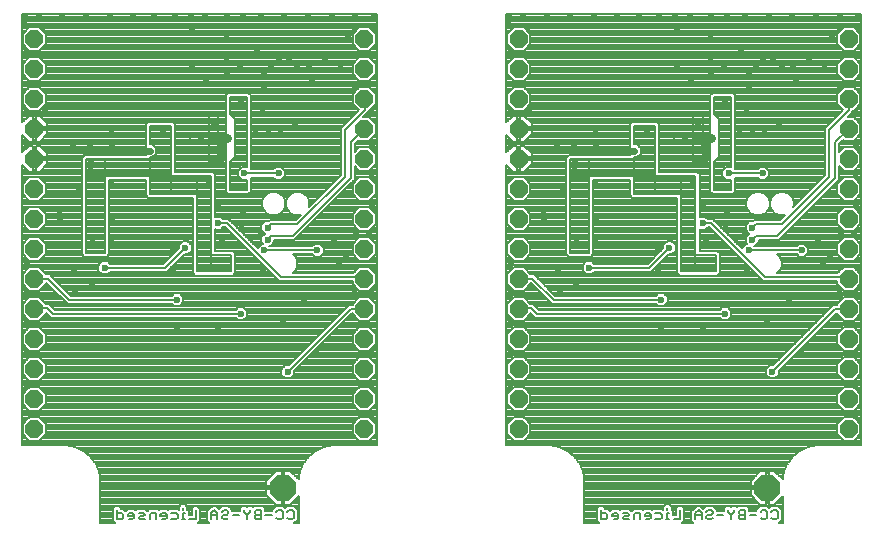
<source format=gbl>
G75*
%MOIN*%
%OFA0B0*%
%FSLAX24Y24*%
%IPPOS*%
%LPD*%
%AMOC8*
5,1,8,0,0,1.08239X$1,22.5*
%
%ADD10C,0.0080*%
%ADD11OC8,0.0594*%
%ADD12OC8,0.0850*%
%ADD13C,0.0079*%
%ADD14C,0.0236*%
%ADD15C,0.0236*%
%ADD16C,0.0315*%
D10*
X019489Y011147D02*
X019646Y011147D01*
X019698Y011199D01*
X019698Y011304D01*
X019646Y011356D01*
X019489Y011356D01*
X019489Y011461D02*
X019489Y011147D01*
X019852Y011251D02*
X020061Y011251D01*
X020061Y011199D02*
X020061Y011304D01*
X020009Y011356D01*
X019904Y011356D01*
X019852Y011304D01*
X019852Y011251D01*
X019904Y011147D02*
X020009Y011147D01*
X020061Y011199D01*
X020214Y011199D02*
X020266Y011251D01*
X020371Y011251D01*
X020423Y011304D01*
X020371Y011356D01*
X020214Y011356D01*
X020214Y011199D02*
X020266Y011147D01*
X020423Y011147D01*
X020577Y011147D02*
X020577Y011304D01*
X020629Y011356D01*
X020786Y011356D01*
X020786Y011147D01*
X020939Y011251D02*
X021148Y011251D01*
X021148Y011199D02*
X021148Y011304D01*
X021096Y011356D01*
X020991Y011356D01*
X020939Y011304D01*
X020939Y011251D01*
X020991Y011147D02*
X021096Y011147D01*
X021148Y011199D01*
X021302Y011147D02*
X021459Y011147D01*
X021511Y011199D01*
X021511Y011304D01*
X021459Y011356D01*
X021302Y011356D01*
X021700Y011356D02*
X021700Y011147D01*
X021648Y011147D02*
X021753Y011147D01*
X021906Y011147D02*
X022115Y011147D01*
X022115Y011461D01*
X021753Y011356D02*
X021700Y011356D01*
X021700Y011461D02*
X021700Y011513D01*
X022631Y011356D02*
X022631Y011147D01*
X022631Y011304D02*
X022840Y011304D01*
X022840Y011356D02*
X022736Y011461D01*
X022631Y011356D01*
X022840Y011356D02*
X022840Y011147D01*
X022993Y011199D02*
X023046Y011147D01*
X023150Y011147D01*
X023203Y011199D01*
X023150Y011304D02*
X023046Y011304D01*
X022993Y011251D01*
X022993Y011199D01*
X023150Y011304D02*
X023203Y011356D01*
X023203Y011408D01*
X023150Y011461D01*
X023046Y011461D01*
X022993Y011408D01*
X023356Y011304D02*
X023565Y011304D01*
X023718Y011408D02*
X023718Y011461D01*
X023718Y011408D02*
X023823Y011304D01*
X023823Y011147D01*
X023823Y011304D02*
X023928Y011408D01*
X023928Y011461D01*
X024081Y011408D02*
X024081Y011356D01*
X024133Y011304D01*
X024290Y011304D01*
X024443Y011304D02*
X024653Y011304D01*
X024806Y011408D02*
X024858Y011461D01*
X024963Y011461D01*
X025015Y011408D01*
X025015Y011199D01*
X024963Y011147D01*
X024858Y011147D01*
X024806Y011199D01*
X025168Y011199D02*
X025221Y011147D01*
X025325Y011147D01*
X025378Y011199D01*
X025378Y011408D01*
X025325Y011461D01*
X025221Y011461D01*
X025168Y011408D01*
X024290Y011461D02*
X024133Y011461D01*
X024081Y011408D01*
X024133Y011304D02*
X024081Y011251D01*
X024081Y011199D01*
X024133Y011147D01*
X024290Y011147D01*
X024290Y011461D01*
X035631Y011461D02*
X035631Y011147D01*
X035788Y011147D01*
X035840Y011199D01*
X035840Y011304D01*
X035788Y011356D01*
X035631Y011356D01*
X035993Y011304D02*
X035993Y011251D01*
X036203Y011251D01*
X036203Y011199D02*
X036203Y011304D01*
X036150Y011356D01*
X036046Y011356D01*
X035993Y011304D01*
X036046Y011147D02*
X036150Y011147D01*
X036203Y011199D01*
X036356Y011199D02*
X036408Y011251D01*
X036513Y011251D01*
X036565Y011304D01*
X036513Y011356D01*
X036356Y011356D01*
X036356Y011199D02*
X036408Y011147D01*
X036565Y011147D01*
X036718Y011147D02*
X036718Y011304D01*
X036771Y011356D01*
X036928Y011356D01*
X036928Y011147D01*
X037081Y011251D02*
X037290Y011251D01*
X037290Y011199D02*
X037290Y011304D01*
X037238Y011356D01*
X037133Y011356D01*
X037081Y011304D01*
X037081Y011251D01*
X037133Y011147D02*
X037238Y011147D01*
X037290Y011199D01*
X037443Y011147D02*
X037600Y011147D01*
X037653Y011199D01*
X037653Y011304D01*
X037600Y011356D01*
X037443Y011356D01*
X037842Y011356D02*
X037842Y011147D01*
X037894Y011147D02*
X037790Y011147D01*
X037842Y011356D02*
X037894Y011356D01*
X037842Y011461D02*
X037842Y011513D01*
X038257Y011461D02*
X038257Y011147D01*
X038048Y011147D01*
X038773Y011147D02*
X038773Y011356D01*
X038877Y011461D01*
X038982Y011356D01*
X038982Y011147D01*
X038982Y011304D02*
X038773Y011304D01*
X039135Y011251D02*
X039135Y011199D01*
X039187Y011147D01*
X039292Y011147D01*
X039344Y011199D01*
X039292Y011304D02*
X039187Y011304D01*
X039135Y011251D01*
X039135Y011408D02*
X039187Y011461D01*
X039292Y011461D01*
X039344Y011408D01*
X039344Y011356D01*
X039292Y011304D01*
X039498Y011304D02*
X039707Y011304D01*
X039860Y011408D02*
X039860Y011461D01*
X039860Y011408D02*
X039965Y011304D01*
X039965Y011147D01*
X039965Y011304D02*
X040069Y011408D01*
X040069Y011461D01*
X040223Y011408D02*
X040223Y011356D01*
X040275Y011304D01*
X040432Y011304D01*
X040585Y011304D02*
X040795Y011304D01*
X040948Y011408D02*
X041000Y011461D01*
X041105Y011461D01*
X041157Y011408D01*
X041157Y011199D01*
X041105Y011147D01*
X041000Y011147D01*
X040948Y011199D01*
X041310Y011199D02*
X041363Y011147D01*
X041467Y011147D01*
X041520Y011199D01*
X041520Y011408D01*
X041467Y011461D01*
X041363Y011461D01*
X041310Y011408D01*
X040432Y011461D02*
X040275Y011461D01*
X040223Y011408D01*
X040275Y011304D02*
X040223Y011251D01*
X040223Y011199D01*
X040275Y011147D01*
X040432Y011147D01*
X040432Y011461D01*
D11*
X043881Y014173D03*
X043881Y015173D03*
X043881Y016173D03*
X043881Y017173D03*
X043881Y018173D03*
X043881Y019173D03*
X043881Y020173D03*
X043881Y021173D03*
X043881Y022173D03*
X043881Y023173D03*
X043881Y024173D03*
X043881Y025173D03*
X043881Y026173D03*
X043881Y027173D03*
X032881Y027173D03*
X032881Y026173D03*
X032881Y025173D03*
X032881Y024173D03*
X032881Y023173D03*
X032881Y022173D03*
X032881Y021173D03*
X032881Y020173D03*
X032881Y019173D03*
X032881Y018173D03*
X032881Y017173D03*
X032881Y016173D03*
X032881Y015173D03*
X032881Y014173D03*
X027739Y014173D03*
X027739Y015173D03*
X027739Y016173D03*
X027739Y017173D03*
X027739Y018173D03*
X027739Y019173D03*
X027739Y020173D03*
X027739Y021173D03*
X027739Y022173D03*
X027739Y023173D03*
X027739Y024173D03*
X027739Y025173D03*
X027739Y026173D03*
X027739Y027173D03*
X016739Y027173D03*
X016739Y026173D03*
X016739Y025173D03*
X016739Y024173D03*
X016739Y023173D03*
X016739Y022173D03*
X016739Y021173D03*
X016739Y020173D03*
X016739Y019173D03*
X016739Y018173D03*
X016739Y017173D03*
X016739Y016173D03*
X016739Y015173D03*
X016739Y014173D03*
D12*
X025035Y012209D03*
X041176Y012209D03*
D13*
X018932Y012391D02*
X018932Y011028D01*
X019412Y011028D01*
X019351Y011089D01*
X019351Y011518D01*
X019432Y011599D01*
X019546Y011599D01*
X019628Y011518D01*
X019628Y011494D01*
X019703Y011494D01*
X019775Y011423D01*
X019794Y011442D01*
X019847Y011494D01*
X020066Y011494D01*
X020111Y011449D01*
X020157Y011494D01*
X020428Y011494D01*
X020500Y011423D01*
X020519Y011442D01*
X020572Y011494D01*
X020843Y011494D01*
X020889Y011449D01*
X020934Y011494D01*
X021153Y011494D01*
X021199Y011449D01*
X021244Y011494D01*
X021516Y011494D01*
X021562Y011448D01*
X021562Y011570D01*
X021643Y011651D01*
X021758Y011651D01*
X021839Y011570D01*
X021839Y011466D01*
X021891Y011413D01*
X021891Y011299D01*
X021878Y011285D01*
X021977Y011285D01*
X021977Y011518D01*
X022058Y011599D01*
X022173Y011599D01*
X022254Y011518D01*
X022254Y011089D01*
X022192Y011028D01*
X022554Y011028D01*
X022492Y011089D01*
X022492Y011413D01*
X022574Y011494D01*
X022678Y011599D01*
X022793Y011599D01*
X022874Y011518D01*
X022874Y011518D01*
X022891Y011501D01*
X022907Y011518D01*
X022907Y011518D01*
X022988Y011599D01*
X023046Y011599D01*
X023093Y011599D01*
X023103Y011599D01*
X023151Y011599D01*
X023208Y011599D01*
X023208Y011599D01*
X023209Y011598D01*
X023289Y011518D01*
X023289Y011518D01*
X023308Y011498D01*
X023341Y011466D01*
X023341Y011466D01*
X023341Y011466D01*
X023341Y011442D01*
X023580Y011442D01*
X023580Y011518D01*
X023661Y011599D01*
X023776Y011599D01*
X023823Y011552D01*
X023870Y011599D01*
X023985Y011599D01*
X024031Y011554D01*
X024075Y011598D01*
X024076Y011599D01*
X024076Y011599D01*
X024133Y011599D01*
X024191Y011599D01*
X024191Y011599D01*
X024348Y011599D01*
X024429Y011518D01*
X024429Y011442D01*
X024668Y011442D01*
X024668Y011466D01*
X024720Y011518D01*
X024720Y011518D01*
X024801Y011599D01*
X024906Y011599D01*
X024906Y011599D01*
X024916Y011599D01*
X024916Y011599D01*
X025020Y011599D01*
X025020Y011599D01*
X025021Y011598D01*
X025092Y011527D01*
X025163Y011599D01*
X025268Y011599D01*
X025268Y011599D01*
X025274Y011599D01*
X025278Y011599D01*
X025278Y011599D01*
X025383Y011599D01*
X025383Y011599D01*
X025384Y011598D01*
X025464Y011518D01*
X025464Y011518D01*
X025516Y011466D01*
X025516Y011466D01*
X025516Y011466D01*
X025516Y011409D01*
X025516Y011142D01*
X025546Y011142D01*
X025516Y011142D02*
X025464Y011089D01*
X025402Y011028D01*
X025546Y011028D01*
X025546Y011923D01*
X025268Y011645D01*
X025074Y011645D01*
X025074Y012170D01*
X024995Y012170D01*
X024470Y012170D01*
X024470Y011975D01*
X024801Y011645D01*
X024995Y011645D01*
X024995Y012170D01*
X024995Y012248D01*
X024470Y012248D01*
X024470Y012443D01*
X024801Y012773D01*
X024995Y012773D01*
X024995Y012248D01*
X025074Y012248D01*
X025074Y012773D01*
X025268Y012773D01*
X025552Y012489D01*
X025558Y012564D01*
X025556Y012566D01*
X025559Y012579D01*
X025560Y012593D01*
X025562Y012595D01*
X025592Y012734D01*
X025591Y012737D01*
X025596Y012750D01*
X025599Y012763D01*
X025601Y012765D01*
X025651Y012898D01*
X025650Y012901D01*
X025657Y012913D01*
X025661Y012925D01*
X025664Y012927D01*
X025732Y013052D01*
X025732Y013055D01*
X025740Y013066D01*
X025747Y013078D01*
X025750Y013078D01*
X025835Y013192D01*
X025835Y013196D01*
X025844Y013205D01*
X025853Y013216D01*
X025856Y013216D01*
X025956Y013317D01*
X025957Y013320D01*
X025968Y013328D01*
X025977Y013338D01*
X025980Y013338D01*
X026094Y013423D01*
X026095Y013426D01*
X026107Y013433D01*
X026118Y013441D01*
X026121Y013440D01*
X026246Y013508D01*
X026247Y013511D01*
X026260Y013516D01*
X026272Y013523D01*
X026275Y013522D01*
X026408Y013571D01*
X026410Y013574D01*
X026423Y013577D01*
X026436Y013582D01*
X026439Y013580D01*
X026578Y013611D01*
X026580Y013613D01*
X026593Y013614D01*
X026606Y013617D01*
X026609Y013615D01*
X026749Y013625D01*
X026751Y013626D01*
X026766Y013626D01*
X026780Y013627D01*
X026782Y013626D01*
X028145Y013626D01*
X028145Y027996D01*
X016334Y027996D01*
X016334Y024385D01*
X016559Y024610D01*
X016700Y024610D01*
X016700Y024213D01*
X016779Y024213D01*
X017176Y024213D01*
X017176Y024354D01*
X016920Y024610D01*
X016779Y024610D01*
X016779Y024213D01*
X016779Y024134D01*
X017176Y024134D01*
X017176Y023993D01*
X016920Y023737D01*
X016779Y023737D01*
X016779Y024134D01*
X016700Y024134D01*
X016700Y023737D01*
X016559Y023737D01*
X016334Y023962D01*
X016334Y023385D01*
X016559Y023610D01*
X016700Y023610D01*
X016700Y023213D01*
X016779Y023213D01*
X017176Y023213D01*
X017176Y023354D01*
X016920Y023610D01*
X016779Y023610D01*
X016779Y023213D01*
X016779Y023134D01*
X017176Y023134D01*
X017176Y022993D01*
X016920Y022737D01*
X016779Y022737D01*
X016779Y023134D01*
X016700Y023134D01*
X016700Y022737D01*
X016559Y022737D01*
X016334Y022962D01*
X016334Y013626D01*
X017697Y013626D01*
X017698Y013627D01*
X017713Y013626D01*
X017728Y013626D01*
X017729Y013625D01*
X017870Y013615D01*
X017872Y013617D01*
X017886Y013614D01*
X026593Y013614D01*
X026315Y013537D02*
X018164Y013537D01*
X018204Y013522D02*
X018071Y013571D01*
X018069Y013574D01*
X018056Y013577D01*
X018043Y013582D01*
X018040Y013580D01*
X017901Y013611D01*
X017899Y013613D01*
X017886Y013614D01*
X018204Y013522D02*
X018207Y013523D01*
X018219Y013516D01*
X018231Y013511D01*
X018233Y013508D01*
X018358Y013440D01*
X018361Y013441D01*
X018372Y013433D01*
X018384Y013426D01*
X018384Y013423D01*
X018498Y013338D01*
X018502Y013338D01*
X018511Y013328D01*
X018522Y013320D01*
X018522Y013317D01*
X018623Y013216D01*
X018626Y013216D01*
X018634Y013205D01*
X018644Y013196D01*
X018644Y013192D01*
X018729Y013078D01*
X018732Y013078D01*
X018739Y013066D01*
X018747Y013055D01*
X018746Y013052D01*
X018814Y012927D01*
X018817Y012925D01*
X018822Y012913D01*
X018829Y012901D01*
X018828Y012898D01*
X018877Y012765D01*
X018880Y012763D01*
X018883Y012750D01*
X018888Y012737D01*
X018886Y012734D01*
X018917Y012595D01*
X018919Y012593D01*
X018920Y012579D01*
X018923Y012566D01*
X018921Y012564D01*
X018931Y012423D01*
X018932Y012422D01*
X018932Y012407D01*
X018933Y012392D01*
X018932Y012391D01*
X018932Y012378D02*
X024470Y012378D01*
X024470Y012301D02*
X018932Y012301D01*
X018932Y012224D02*
X024995Y012224D01*
X024995Y012301D02*
X025074Y012301D01*
X025074Y012378D02*
X024995Y012378D01*
X024995Y012455D02*
X025074Y012455D01*
X025074Y012533D02*
X024995Y012533D01*
X024995Y012610D02*
X025074Y012610D01*
X025074Y012687D02*
X024995Y012687D01*
X024995Y012764D02*
X025074Y012764D01*
X025277Y012764D02*
X025601Y012764D01*
X025582Y012687D02*
X025355Y012687D01*
X025432Y012610D02*
X025565Y012610D01*
X025555Y012533D02*
X025509Y012533D01*
X025630Y012841D02*
X018849Y012841D01*
X018878Y012764D02*
X024792Y012764D01*
X024715Y012687D02*
X018897Y012687D01*
X018913Y012610D02*
X024637Y012610D01*
X024560Y012533D02*
X018923Y012533D01*
X018929Y012455D02*
X024483Y012455D01*
X024470Y012146D02*
X018932Y012146D01*
X018932Y012069D02*
X024470Y012069D01*
X024470Y011992D02*
X018932Y011992D01*
X018932Y011915D02*
X024531Y011915D01*
X024608Y011837D02*
X018932Y011837D01*
X018932Y011760D02*
X024685Y011760D01*
X024763Y011683D02*
X018932Y011683D01*
X018932Y011606D02*
X021597Y011606D01*
X021562Y011528D02*
X019617Y011528D01*
X019747Y011451D02*
X019803Y011451D01*
X020109Y011451D02*
X020114Y011451D01*
X020472Y011451D02*
X020528Y011451D01*
X020886Y011451D02*
X020891Y011451D01*
X021197Y011451D02*
X021201Y011451D01*
X021559Y011451D02*
X021562Y011451D01*
X021803Y011606D02*
X025546Y011606D01*
X025546Y011683D02*
X025307Y011683D01*
X025384Y011760D02*
X025546Y011760D01*
X025546Y011837D02*
X025461Y011837D01*
X025538Y011915D02*
X025546Y011915D01*
X025546Y011528D02*
X025453Y011528D01*
X025516Y011451D02*
X025546Y011451D01*
X025546Y011374D02*
X025516Y011374D01*
X025516Y011297D02*
X025546Y011297D01*
X025546Y011219D02*
X025516Y011219D01*
X025546Y011065D02*
X025440Y011065D01*
X024668Y011451D02*
X024429Y011451D01*
X024418Y011528D02*
X024730Y011528D01*
X024995Y011683D02*
X025074Y011683D01*
X025074Y011760D02*
X024995Y011760D01*
X024995Y011837D02*
X025074Y011837D01*
X025074Y011915D02*
X024995Y011915D01*
X024995Y011992D02*
X025074Y011992D01*
X025074Y012069D02*
X024995Y012069D01*
X024995Y012146D02*
X025074Y012146D01*
X025091Y011528D02*
X025093Y011528D01*
X025659Y012919D02*
X018820Y012919D01*
X018777Y012996D02*
X025702Y012996D01*
X025744Y013073D02*
X018735Y013073D01*
X018675Y013150D02*
X025804Y013150D01*
X025867Y013228D02*
X018612Y013228D01*
X018534Y013305D02*
X025944Y013305D01*
X026040Y013382D02*
X018439Y013382D01*
X018323Y013459D02*
X026156Y013459D01*
X027344Y014010D02*
X027576Y013778D01*
X027903Y013778D01*
X028135Y014010D01*
X028135Y014337D01*
X027903Y014569D01*
X027576Y014569D01*
X027344Y014337D01*
X027344Y014010D01*
X027354Y014000D02*
X017125Y014000D01*
X017135Y014010D02*
X016903Y013778D01*
X016576Y013778D01*
X016344Y014010D01*
X016344Y014337D01*
X016576Y014569D01*
X016903Y014569D01*
X017135Y014337D01*
X017135Y014010D01*
X017135Y014077D02*
X027344Y014077D01*
X027344Y014155D02*
X017135Y014155D01*
X017135Y014232D02*
X027344Y014232D01*
X027344Y014309D02*
X017135Y014309D01*
X017086Y014386D02*
X027393Y014386D01*
X027470Y014464D02*
X017008Y014464D01*
X016931Y014541D02*
X027548Y014541D01*
X027576Y014778D02*
X027903Y014778D01*
X028135Y015010D01*
X028135Y015337D01*
X027903Y015569D01*
X027576Y015569D01*
X027344Y015337D01*
X027344Y015010D01*
X027576Y014778D01*
X027504Y014850D02*
X016975Y014850D01*
X016903Y014778D02*
X017135Y015010D01*
X017135Y015337D01*
X016903Y015569D01*
X016576Y015569D01*
X016344Y015337D01*
X016344Y015010D01*
X016576Y014778D01*
X016903Y014778D01*
X017052Y014927D02*
X027427Y014927D01*
X027350Y015004D02*
X017129Y015004D01*
X017135Y015081D02*
X027344Y015081D01*
X027344Y015159D02*
X017135Y015159D01*
X017135Y015236D02*
X027344Y015236D01*
X027344Y015313D02*
X017135Y015313D01*
X017081Y015390D02*
X027397Y015390D01*
X027475Y015468D02*
X017004Y015468D01*
X016927Y015545D02*
X027552Y015545D01*
X027576Y015778D02*
X027903Y015778D01*
X028135Y016010D01*
X028135Y016337D01*
X027903Y016569D01*
X027576Y016569D01*
X027344Y016337D01*
X027344Y016010D01*
X027576Y015778D01*
X027500Y015854D02*
X025285Y015854D01*
X025282Y015851D02*
X025409Y015977D01*
X025409Y016089D01*
X027336Y018016D01*
X027344Y018016D01*
X027344Y018010D01*
X027576Y017778D01*
X027903Y017778D01*
X028135Y018010D01*
X028135Y018337D01*
X027903Y018569D01*
X027576Y018569D01*
X027344Y018337D01*
X027344Y018292D01*
X027222Y018292D01*
X025214Y016284D01*
X025102Y016284D01*
X024976Y016157D01*
X024976Y015977D01*
X025102Y015851D01*
X025282Y015851D01*
X025362Y015931D02*
X027423Y015931D01*
X027346Y016008D02*
X025409Y016008D01*
X025409Y016086D02*
X027344Y016086D01*
X027344Y016163D02*
X025483Y016163D01*
X025560Y016240D02*
X027344Y016240D01*
X027344Y016317D02*
X025637Y016317D01*
X025714Y016395D02*
X027401Y016395D01*
X027479Y016472D02*
X025792Y016472D01*
X025869Y016549D02*
X027556Y016549D01*
X027576Y016778D02*
X027903Y016778D01*
X028135Y017010D01*
X028135Y017337D01*
X027903Y017569D01*
X027576Y017569D01*
X027344Y017337D01*
X027344Y017010D01*
X027576Y016778D01*
X027573Y016781D02*
X026101Y016781D01*
X026178Y016858D02*
X027496Y016858D01*
X027419Y016935D02*
X026255Y016935D01*
X026332Y017012D02*
X027344Y017012D01*
X027344Y017090D02*
X026410Y017090D01*
X026487Y017167D02*
X027344Y017167D01*
X027344Y017244D02*
X026564Y017244D01*
X026641Y017321D02*
X027344Y017321D01*
X027406Y017399D02*
X026718Y017399D01*
X026796Y017476D02*
X027483Y017476D01*
X027560Y017553D02*
X026873Y017553D01*
X026950Y017630D02*
X028145Y017630D01*
X028145Y017553D02*
X027919Y017553D01*
X027996Y017476D02*
X028145Y017476D01*
X028145Y017399D02*
X028073Y017399D01*
X028135Y017321D02*
X028145Y017321D01*
X028135Y017244D02*
X028145Y017244D01*
X028135Y017167D02*
X028145Y017167D01*
X028135Y017090D02*
X028145Y017090D01*
X028135Y017012D02*
X028145Y017012D01*
X028145Y016935D02*
X028060Y016935D01*
X027983Y016858D02*
X028145Y016858D01*
X028145Y016781D02*
X027906Y016781D01*
X027923Y016549D02*
X028145Y016549D01*
X028145Y016472D02*
X028000Y016472D01*
X028077Y016395D02*
X028145Y016395D01*
X028135Y016317D02*
X028145Y016317D01*
X028135Y016240D02*
X028145Y016240D01*
X028135Y016163D02*
X028145Y016163D01*
X028135Y016086D02*
X028145Y016086D01*
X028133Y016008D02*
X028145Y016008D01*
X028145Y015931D02*
X028056Y015931D01*
X027979Y015854D02*
X028145Y015854D01*
X028145Y015777D02*
X016334Y015777D01*
X016334Y015854D02*
X016500Y015854D01*
X016576Y015778D02*
X016344Y016010D01*
X016344Y016337D01*
X016576Y016569D01*
X016903Y016569D01*
X017135Y016337D01*
X017135Y016010D01*
X016903Y015778D01*
X016576Y015778D01*
X016423Y015931D02*
X016334Y015931D01*
X016334Y016008D02*
X016346Y016008D01*
X016334Y016086D02*
X016344Y016086D01*
X016334Y016163D02*
X016344Y016163D01*
X016334Y016240D02*
X016344Y016240D01*
X016334Y016317D02*
X016344Y016317D01*
X016334Y016395D02*
X016401Y016395D01*
X016334Y016472D02*
X016479Y016472D01*
X016556Y016549D02*
X016334Y016549D01*
X016334Y016626D02*
X025556Y016626D01*
X025479Y016549D02*
X016923Y016549D01*
X017000Y016472D02*
X025402Y016472D01*
X025325Y016395D02*
X017077Y016395D01*
X017135Y016317D02*
X025247Y016317D01*
X025059Y016240D02*
X017135Y016240D01*
X017135Y016163D02*
X024982Y016163D01*
X024976Y016086D02*
X017135Y016086D01*
X017133Y016008D02*
X024976Y016008D01*
X025022Y015931D02*
X017056Y015931D01*
X016979Y015854D02*
X025099Y015854D01*
X025192Y016067D02*
X027279Y018154D01*
X027712Y018154D01*
X027731Y018173D01*
X027739Y018173D01*
X028135Y018171D02*
X028145Y018171D01*
X028135Y018094D02*
X028145Y018094D01*
X028135Y018017D02*
X028145Y018017D01*
X028145Y017939D02*
X028064Y017939D01*
X027987Y017862D02*
X028145Y017862D01*
X028145Y017785D02*
X027910Y017785D01*
X028145Y017708D02*
X027027Y017708D01*
X027105Y017785D02*
X027569Y017785D01*
X027492Y017862D02*
X027182Y017862D01*
X027259Y017939D02*
X027415Y017939D01*
X027178Y018248D02*
X017300Y018248D01*
X017298Y018250D02*
X017218Y018331D01*
X017135Y018331D01*
X017135Y018337D01*
X016903Y018569D01*
X016576Y018569D01*
X016344Y018337D01*
X016344Y018010D01*
X016576Y017778D01*
X016903Y017778D01*
X017135Y018010D01*
X017135Y018024D01*
X017300Y017859D01*
X023449Y017859D01*
X023528Y017780D01*
X023707Y017780D01*
X023834Y017907D01*
X023834Y018086D01*
X023707Y018213D01*
X023528Y018213D01*
X023449Y018134D01*
X017415Y018134D01*
X017298Y018250D01*
X017223Y018326D02*
X021328Y018326D01*
X021323Y018331D02*
X021402Y018252D01*
X021581Y018252D01*
X021708Y018379D01*
X021708Y018558D01*
X021581Y018685D01*
X021402Y018685D01*
X021323Y018607D01*
X017966Y018607D01*
X017338Y019235D01*
X017257Y019315D01*
X017135Y019315D01*
X017135Y019337D01*
X016903Y019569D01*
X016576Y019569D01*
X016344Y019337D01*
X016344Y019010D01*
X016576Y018778D01*
X016903Y018778D01*
X017135Y019010D01*
X017135Y019040D01*
X017143Y019040D01*
X017852Y018331D01*
X021323Y018331D01*
X021491Y018469D02*
X017909Y018469D01*
X017200Y019177D01*
X016743Y019177D01*
X016739Y019173D01*
X016344Y019175D02*
X016334Y019175D01*
X016334Y019098D02*
X016344Y019098D01*
X016334Y019021D02*
X016344Y019021D01*
X016334Y018943D02*
X016410Y018943D01*
X016334Y018866D02*
X016488Y018866D01*
X016565Y018789D02*
X016334Y018789D01*
X016334Y018712D02*
X017471Y018712D01*
X017394Y018789D02*
X016914Y018789D01*
X016991Y018866D02*
X017316Y018866D01*
X017239Y018943D02*
X017068Y018943D01*
X017135Y019021D02*
X017162Y019021D01*
X017320Y019252D02*
X024725Y019252D01*
X024803Y019175D02*
X017397Y019175D01*
X017474Y019098D02*
X024880Y019098D01*
X024899Y019079D02*
X027344Y019079D01*
X027344Y019010D01*
X027576Y018778D01*
X027903Y018778D01*
X028135Y019010D01*
X028135Y019337D01*
X027903Y019569D01*
X027576Y019569D01*
X027361Y019355D01*
X025349Y019355D01*
X025446Y019452D01*
X025505Y019596D01*
X025505Y019751D01*
X025446Y019895D01*
X025357Y019985D01*
X026008Y019985D01*
X026087Y019906D01*
X026266Y019906D01*
X026393Y020033D01*
X026393Y020212D01*
X026266Y020339D01*
X026087Y020339D01*
X026008Y020260D01*
X024573Y020260D01*
X024613Y020260D01*
X024739Y020387D01*
X024739Y020457D01*
X025407Y020457D01*
X027336Y022386D01*
X027417Y022467D01*
X027417Y022937D01*
X027576Y022778D01*
X027903Y022778D01*
X028135Y023010D01*
X028135Y023337D01*
X027903Y023569D01*
X027576Y023569D01*
X027417Y023410D01*
X027417Y023656D01*
X027557Y023797D01*
X027576Y023778D01*
X027903Y023778D01*
X028135Y024010D01*
X028135Y024337D01*
X027903Y024569D01*
X027707Y024569D01*
X027808Y024670D01*
X027889Y024750D01*
X027889Y024778D01*
X027903Y024778D01*
X028135Y025010D01*
X028135Y025337D01*
X027903Y025569D01*
X027576Y025569D01*
X027344Y025337D01*
X027344Y025010D01*
X027551Y024802D01*
X026944Y024195D01*
X026944Y022620D01*
X025895Y021572D01*
X025905Y021596D01*
X025905Y021751D01*
X025846Y021895D01*
X025735Y022006D01*
X025591Y022065D01*
X025435Y022065D01*
X025291Y022006D01*
X025181Y021895D01*
X025122Y021751D01*
X025122Y021596D01*
X025181Y021452D01*
X025291Y021341D01*
X025435Y021282D01*
X025591Y021282D01*
X025615Y021292D01*
X025450Y021126D01*
X024584Y021126D01*
X024544Y021087D01*
X024433Y021087D01*
X024306Y020960D01*
X024306Y020781D01*
X024413Y020673D01*
X024306Y020566D01*
X024306Y020387D01*
X024354Y020339D01*
X024315Y020339D01*
X024188Y020212D01*
X024188Y020179D01*
X023283Y021085D01*
X023202Y021166D01*
X023038Y021166D01*
X022959Y021244D01*
X022780Y021244D01*
X022771Y021236D01*
X022771Y022660D01*
X022690Y022740D01*
X021432Y022740D01*
X021432Y024313D01*
X021352Y024394D01*
X020529Y024394D01*
X020448Y024313D01*
X020448Y023292D01*
X018403Y023292D01*
X018322Y023211D01*
X018322Y019986D01*
X018403Y019906D01*
X019147Y019906D01*
X019228Y019986D01*
X019228Y022465D01*
X020448Y022465D01*
X020448Y021955D01*
X020529Y021874D01*
X022023Y021874D01*
X022023Y019357D01*
X022104Y019276D01*
X023359Y019276D01*
X023440Y019357D01*
X023440Y020022D01*
X023359Y020103D01*
X022771Y020103D01*
X022771Y020820D01*
X022780Y020811D01*
X022959Y020811D01*
X023038Y020890D01*
X023088Y020890D01*
X024899Y019079D01*
X024956Y019217D02*
X023145Y021028D01*
X022869Y021028D01*
X023020Y021183D02*
X025507Y021183D01*
X025584Y021261D02*
X022771Y021261D01*
X022771Y021338D02*
X024500Y021338D01*
X024491Y021341D02*
X024635Y021282D01*
X024791Y021282D01*
X024935Y021341D01*
X025046Y021452D01*
X025105Y021596D01*
X025105Y021751D01*
X025046Y021895D01*
X024935Y022006D01*
X024791Y022065D01*
X024635Y022065D01*
X024491Y022006D01*
X024381Y021895D01*
X024322Y021751D01*
X024322Y021596D01*
X024381Y021452D01*
X024491Y021341D01*
X024418Y021415D02*
X022771Y021415D01*
X022771Y021492D02*
X024364Y021492D01*
X024332Y021570D02*
X022771Y021570D01*
X022771Y021647D02*
X024322Y021647D01*
X024322Y021724D02*
X022771Y021724D01*
X022771Y021801D02*
X024342Y021801D01*
X024374Y021879D02*
X022771Y021879D01*
X022771Y021956D02*
X024442Y021956D01*
X024558Y022033D02*
X023912Y022033D01*
X023952Y022073D02*
X023952Y022544D01*
X024709Y022544D01*
X024787Y022465D01*
X024967Y022465D01*
X025094Y022592D01*
X025094Y022771D01*
X024967Y022898D01*
X024787Y022898D01*
X024709Y022819D01*
X023952Y022819D01*
X023952Y025297D01*
X023871Y025378D01*
X023206Y025378D01*
X023125Y025297D01*
X023125Y022073D01*
X023206Y021992D01*
X023320Y021992D01*
X023871Y021992D01*
X023952Y022073D01*
X023952Y022110D02*
X026434Y022110D01*
X026357Y022033D02*
X025669Y022033D01*
X025785Y021956D02*
X026280Y021956D01*
X026202Y021879D02*
X025853Y021879D01*
X025885Y021801D02*
X026125Y021801D01*
X026048Y021724D02*
X025905Y021724D01*
X025905Y021647D02*
X025971Y021647D01*
X026288Y021338D02*
X027345Y021338D01*
X027344Y021337D02*
X027344Y021010D01*
X027576Y020778D01*
X027903Y020778D01*
X028135Y021010D01*
X028135Y021337D01*
X027903Y021569D01*
X027576Y021569D01*
X027344Y021337D01*
X027344Y021261D02*
X026210Y021261D01*
X026133Y021183D02*
X027344Y021183D01*
X027344Y021106D02*
X026056Y021106D01*
X025979Y021029D02*
X027344Y021029D01*
X027402Y020952D02*
X025901Y020952D01*
X025824Y020874D02*
X027479Y020874D01*
X027557Y020797D02*
X025747Y020797D01*
X025670Y020720D02*
X028145Y020720D01*
X028145Y020797D02*
X027922Y020797D01*
X027999Y020874D02*
X028145Y020874D01*
X028145Y020952D02*
X028077Y020952D01*
X028135Y021029D02*
X028145Y021029D01*
X028135Y021106D02*
X028145Y021106D01*
X028135Y021183D02*
X028145Y021183D01*
X028135Y021261D02*
X028145Y021261D01*
X028134Y021338D02*
X028145Y021338D01*
X028145Y021415D02*
X028057Y021415D01*
X027979Y021492D02*
X028145Y021492D01*
X028145Y021570D02*
X026519Y021570D01*
X026442Y021492D02*
X027499Y021492D01*
X027422Y021415D02*
X026365Y021415D01*
X026597Y021647D02*
X028145Y021647D01*
X028145Y021724D02*
X026674Y021724D01*
X026751Y021801D02*
X027552Y021801D01*
X027576Y021778D02*
X027903Y021778D01*
X028135Y022010D01*
X028135Y022337D01*
X027903Y022569D01*
X027576Y022569D01*
X027344Y022337D01*
X027344Y022010D01*
X027576Y021778D01*
X027475Y021879D02*
X026828Y021879D01*
X026906Y021956D02*
X027398Y021956D01*
X027344Y022033D02*
X026983Y022033D01*
X027060Y022110D02*
X027344Y022110D01*
X027344Y022188D02*
X027137Y022188D01*
X027215Y022265D02*
X027344Y022265D01*
X027349Y022342D02*
X027292Y022342D01*
X027369Y022419D02*
X027426Y022419D01*
X027417Y022497D02*
X027503Y022497D01*
X027417Y022574D02*
X028145Y022574D01*
X028145Y022651D02*
X027417Y022651D01*
X027417Y022728D02*
X028145Y022728D01*
X028145Y022805D02*
X027930Y022805D01*
X028008Y022883D02*
X028145Y022883D01*
X028145Y022960D02*
X028085Y022960D01*
X028135Y023037D02*
X028145Y023037D01*
X028135Y023114D02*
X028145Y023114D01*
X028135Y023192D02*
X028145Y023192D01*
X028135Y023269D02*
X028145Y023269D01*
X028145Y023346D02*
X028126Y023346D01*
X028145Y023423D02*
X028048Y023423D01*
X027971Y023501D02*
X028145Y023501D01*
X028145Y023578D02*
X027417Y023578D01*
X027417Y023655D02*
X028145Y023655D01*
X028145Y023732D02*
X027493Y023732D01*
X027279Y023713D02*
X027739Y024173D01*
X028012Y023887D02*
X028145Y023887D01*
X028145Y023964D02*
X028089Y023964D01*
X028135Y024041D02*
X028145Y024041D01*
X028135Y024119D02*
X028145Y024119D01*
X028135Y024196D02*
X028145Y024196D01*
X028135Y024273D02*
X028145Y024273D01*
X028145Y024350D02*
X028122Y024350D01*
X028145Y024428D02*
X028044Y024428D01*
X027967Y024505D02*
X028145Y024505D01*
X028145Y024582D02*
X027721Y024582D01*
X027798Y024659D02*
X028145Y024659D01*
X028145Y024736D02*
X027875Y024736D01*
X027939Y024814D02*
X028145Y024814D01*
X028145Y024891D02*
X028016Y024891D01*
X028093Y024968D02*
X028145Y024968D01*
X028135Y025045D02*
X028145Y025045D01*
X028135Y025123D02*
X028145Y025123D01*
X028135Y025200D02*
X028145Y025200D01*
X028135Y025277D02*
X028145Y025277D01*
X028145Y025354D02*
X028117Y025354D01*
X028145Y025432D02*
X028040Y025432D01*
X027963Y025509D02*
X028145Y025509D01*
X028145Y025586D02*
X016334Y025586D01*
X016334Y025509D02*
X016516Y025509D01*
X016576Y025569D02*
X016344Y025337D01*
X016344Y025010D01*
X016576Y024778D01*
X016903Y024778D01*
X017135Y025010D01*
X017135Y025337D01*
X016903Y025569D01*
X016576Y025569D01*
X016439Y025432D02*
X016334Y025432D01*
X016334Y025354D02*
X016361Y025354D01*
X016344Y025277D02*
X016334Y025277D01*
X016334Y025200D02*
X016344Y025200D01*
X016334Y025123D02*
X016344Y025123D01*
X016334Y025045D02*
X016344Y025045D01*
X016334Y024968D02*
X016386Y024968D01*
X016334Y024891D02*
X016463Y024891D01*
X016540Y024814D02*
X016334Y024814D01*
X016334Y024736D02*
X023125Y024736D01*
X023125Y024659D02*
X016334Y024659D01*
X016334Y024582D02*
X016531Y024582D01*
X016454Y024505D02*
X016334Y024505D01*
X016334Y024428D02*
X016377Y024428D01*
X016700Y024428D02*
X016779Y024428D01*
X016779Y024505D02*
X016700Y024505D01*
X016700Y024582D02*
X016779Y024582D01*
X016948Y024582D02*
X023125Y024582D01*
X023125Y024505D02*
X017025Y024505D01*
X017102Y024428D02*
X023125Y024428D01*
X023125Y024350D02*
X021395Y024350D01*
X021432Y024273D02*
X023125Y024273D01*
X023125Y024196D02*
X021432Y024196D01*
X021432Y024119D02*
X023125Y024119D01*
X023125Y024041D02*
X021432Y024041D01*
X021432Y023964D02*
X023125Y023964D01*
X023125Y023887D02*
X021432Y023887D01*
X021432Y023810D02*
X023125Y023810D01*
X023125Y023732D02*
X021432Y023732D01*
X021432Y023655D02*
X023125Y023655D01*
X023125Y023578D02*
X021432Y023578D01*
X021432Y023501D02*
X023125Y023501D01*
X023125Y023423D02*
X021432Y023423D01*
X021432Y023346D02*
X023125Y023346D01*
X023125Y023269D02*
X021432Y023269D01*
X021432Y023192D02*
X023125Y023192D01*
X023125Y023114D02*
X021432Y023114D01*
X021432Y023037D02*
X023125Y023037D01*
X023125Y022960D02*
X021432Y022960D01*
X021432Y022883D02*
X023125Y022883D01*
X023125Y022805D02*
X021432Y022805D01*
X021294Y022805D02*
X018460Y022805D01*
X019090Y022805D01*
X019090Y022728D02*
X018460Y022728D01*
X021294Y022728D01*
X020586Y022728D01*
X020586Y022651D02*
X021294Y022651D01*
X018460Y022651D01*
X019090Y022651D01*
X019090Y022574D02*
X018460Y022574D01*
X018460Y022603D02*
X018460Y023154D01*
X021294Y023154D01*
X021294Y022603D01*
X018460Y022603D01*
X018460Y022497D02*
X019090Y022497D01*
X019090Y022419D02*
X018460Y022419D01*
X018460Y022342D02*
X019090Y022342D01*
X019090Y022265D02*
X018460Y022265D01*
X018460Y022188D02*
X019090Y022188D01*
X019090Y022110D02*
X018460Y022110D01*
X018460Y022033D02*
X019090Y022033D01*
X019090Y021956D02*
X018460Y021956D01*
X018460Y021879D02*
X019090Y021879D01*
X019090Y021801D02*
X018460Y021801D01*
X018460Y021724D02*
X019090Y021724D01*
X019090Y021647D02*
X018460Y021647D01*
X018460Y021570D02*
X019090Y021570D01*
X019090Y021492D02*
X018460Y021492D01*
X018460Y021415D02*
X019090Y021415D01*
X019090Y021338D02*
X018460Y021338D01*
X018460Y021261D02*
X019090Y021261D01*
X019090Y021183D02*
X018460Y021183D01*
X018460Y021106D02*
X019090Y021106D01*
X019090Y021029D02*
X018460Y021029D01*
X018460Y020952D02*
X019090Y020952D01*
X019090Y020874D02*
X018460Y020874D01*
X018460Y020797D02*
X019090Y020797D01*
X019090Y020720D02*
X018460Y020720D01*
X018460Y020643D02*
X019090Y020643D01*
X019090Y020566D02*
X018460Y020566D01*
X018460Y020488D02*
X019090Y020488D01*
X019090Y020411D02*
X018460Y020411D01*
X018460Y020334D02*
X019090Y020334D01*
X019090Y020257D02*
X018460Y020257D01*
X018460Y020179D02*
X019090Y020179D01*
X019090Y020102D02*
X018460Y020102D01*
X018460Y020044D02*
X018460Y023154D01*
X019090Y023154D01*
X019090Y020044D01*
X018460Y020044D01*
X018361Y019948D02*
X017072Y019948D01*
X017135Y020010D02*
X016903Y019778D01*
X016576Y019778D01*
X016344Y020010D01*
X016344Y020337D01*
X016576Y020569D01*
X016903Y020569D01*
X017135Y020337D01*
X017135Y020010D01*
X017135Y020025D02*
X018322Y020025D01*
X018322Y020102D02*
X017135Y020102D01*
X017135Y020179D02*
X018322Y020179D01*
X018322Y020257D02*
X017135Y020257D01*
X017135Y020334D02*
X018322Y020334D01*
X018322Y020411D02*
X017061Y020411D01*
X016984Y020488D02*
X018322Y020488D01*
X018322Y020566D02*
X016906Y020566D01*
X016903Y020778D02*
X017135Y021010D01*
X017135Y021337D01*
X016903Y021569D01*
X016576Y021569D01*
X016344Y021337D01*
X016344Y021010D01*
X016576Y020778D01*
X016903Y020778D01*
X016922Y020797D02*
X018322Y020797D01*
X018322Y020720D02*
X016334Y020720D01*
X016334Y020797D02*
X016557Y020797D01*
X016479Y020874D02*
X016334Y020874D01*
X016334Y020952D02*
X016402Y020952D01*
X016344Y021029D02*
X016334Y021029D01*
X016334Y021106D02*
X016344Y021106D01*
X016334Y021183D02*
X016344Y021183D01*
X016334Y021261D02*
X016344Y021261D01*
X016334Y021338D02*
X016345Y021338D01*
X016334Y021415D02*
X016422Y021415D01*
X016499Y021492D02*
X016334Y021492D01*
X016334Y021570D02*
X018322Y021570D01*
X018322Y021647D02*
X016334Y021647D01*
X016334Y021724D02*
X018322Y021724D01*
X018322Y021801D02*
X016926Y021801D01*
X016903Y021778D02*
X017135Y022010D01*
X017135Y022337D01*
X016903Y022569D01*
X016576Y022569D01*
X016344Y022337D01*
X016344Y022010D01*
X016576Y021778D01*
X016903Y021778D01*
X017003Y021879D02*
X018322Y021879D01*
X018322Y021956D02*
X017081Y021956D01*
X017135Y022033D02*
X018322Y022033D01*
X018322Y022110D02*
X017135Y022110D01*
X017135Y022188D02*
X018322Y022188D01*
X018322Y022265D02*
X017135Y022265D01*
X017130Y022342D02*
X018322Y022342D01*
X018322Y022419D02*
X017053Y022419D01*
X016975Y022497D02*
X018322Y022497D01*
X018322Y022574D02*
X016334Y022574D01*
X016334Y022651D02*
X018322Y022651D01*
X018322Y022728D02*
X016334Y022728D01*
X016334Y022805D02*
X016490Y022805D01*
X016413Y022883D02*
X016334Y022883D01*
X016334Y022960D02*
X016336Y022960D01*
X016700Y022960D02*
X016779Y022960D01*
X016779Y023037D02*
X016700Y023037D01*
X016700Y023114D02*
X016779Y023114D01*
X016779Y023192D02*
X018322Y023192D01*
X018322Y023114D02*
X017176Y023114D01*
X017176Y023037D02*
X018322Y023037D01*
X018322Y022960D02*
X017143Y022960D01*
X017066Y022883D02*
X018322Y022883D01*
X018322Y022805D02*
X016988Y022805D01*
X016779Y022805D02*
X016700Y022805D01*
X016700Y022883D02*
X016779Y022883D01*
X016779Y023269D02*
X016700Y023269D01*
X016700Y023346D02*
X016779Y023346D01*
X016779Y023423D02*
X016700Y023423D01*
X016700Y023501D02*
X016779Y023501D01*
X016779Y023578D02*
X016700Y023578D01*
X016527Y023578D02*
X016334Y023578D01*
X016334Y023655D02*
X020448Y023655D01*
X020448Y023578D02*
X016952Y023578D01*
X017029Y023501D02*
X020448Y023501D01*
X020448Y023423D02*
X017106Y023423D01*
X017176Y023346D02*
X020448Y023346D01*
X020586Y023213D02*
X020676Y023213D01*
X020802Y023340D01*
X020802Y023519D01*
X020676Y023646D01*
X020586Y023646D01*
X020586Y024256D01*
X021294Y024256D01*
X021294Y022012D01*
X020586Y022012D01*
X020586Y022603D01*
X022633Y022603D01*
X022633Y022012D01*
X020586Y022012D01*
X020586Y023213D01*
X020586Y023192D02*
X021294Y023192D01*
X021294Y023269D02*
X020732Y023269D01*
X020802Y023346D02*
X021294Y023346D01*
X021294Y023423D02*
X020802Y023423D01*
X020802Y023501D02*
X021294Y023501D01*
X021294Y023578D02*
X020744Y023578D01*
X020586Y023655D02*
X021294Y023655D01*
X021294Y023732D02*
X020586Y023732D01*
X020586Y023810D02*
X021294Y023810D01*
X021294Y023887D02*
X020586Y023887D01*
X020586Y023964D02*
X021294Y023964D01*
X021294Y024041D02*
X020586Y024041D01*
X020586Y024119D02*
X021294Y024119D01*
X021294Y024196D02*
X020586Y024196D01*
X020448Y024196D02*
X016779Y024196D01*
X016779Y024273D02*
X016700Y024273D01*
X016700Y024350D02*
X016779Y024350D01*
X016779Y024119D02*
X016700Y024119D01*
X016700Y024041D02*
X016779Y024041D01*
X016779Y023964D02*
X016700Y023964D01*
X016700Y023887D02*
X016779Y023887D01*
X016779Y023810D02*
X016700Y023810D01*
X016486Y023810D02*
X016334Y023810D01*
X016334Y023887D02*
X016409Y023887D01*
X016334Y023732D02*
X020448Y023732D01*
X020448Y023810D02*
X016992Y023810D01*
X017070Y023887D02*
X020448Y023887D01*
X020448Y023964D02*
X017147Y023964D01*
X017176Y024041D02*
X020448Y024041D01*
X020448Y024119D02*
X017176Y024119D01*
X017176Y024273D02*
X020448Y024273D01*
X020485Y024350D02*
X017176Y024350D01*
X016939Y024814D02*
X023125Y024814D01*
X023125Y024891D02*
X017016Y024891D01*
X017093Y024968D02*
X023125Y024968D01*
X023125Y025045D02*
X017135Y025045D01*
X017135Y025123D02*
X023125Y025123D01*
X023125Y025200D02*
X017135Y025200D01*
X017135Y025277D02*
X023125Y025277D01*
X023182Y025354D02*
X017117Y025354D01*
X017040Y025432D02*
X027439Y025432D01*
X027516Y025509D02*
X016963Y025509D01*
X016903Y025778D02*
X017135Y026010D01*
X017135Y026337D01*
X016903Y026569D01*
X016576Y026569D01*
X016344Y026337D01*
X016344Y026010D01*
X016576Y025778D01*
X016903Y025778D01*
X016943Y025818D02*
X027536Y025818D01*
X027576Y025778D02*
X027903Y025778D01*
X028135Y026010D01*
X028135Y026337D01*
X027903Y026569D01*
X027576Y026569D01*
X027344Y026337D01*
X027344Y026010D01*
X027576Y025778D01*
X027459Y025895D02*
X017020Y025895D01*
X017097Y025972D02*
X027382Y025972D01*
X027344Y026050D02*
X017135Y026050D01*
X017135Y026127D02*
X027344Y026127D01*
X027344Y026204D02*
X017135Y026204D01*
X017135Y026281D02*
X027344Y026281D01*
X027365Y026359D02*
X017113Y026359D01*
X017036Y026436D02*
X027443Y026436D01*
X027520Y026513D02*
X016959Y026513D01*
X016903Y026778D02*
X017135Y027010D01*
X017135Y027337D01*
X016903Y027569D01*
X016576Y027569D01*
X016344Y027337D01*
X016344Y027010D01*
X016576Y026778D01*
X016903Y026778D01*
X016947Y026822D02*
X027532Y026822D01*
X027576Y026778D02*
X027903Y026778D01*
X028135Y027010D01*
X028135Y027337D01*
X027903Y027569D01*
X027576Y027569D01*
X027344Y027337D01*
X027344Y027010D01*
X027576Y026778D01*
X027455Y026899D02*
X017024Y026899D01*
X017101Y026976D02*
X027377Y026976D01*
X027344Y027054D02*
X017135Y027054D01*
X017135Y027131D02*
X027344Y027131D01*
X027344Y027208D02*
X017135Y027208D01*
X017135Y027285D02*
X027344Y027285D01*
X027370Y027363D02*
X017109Y027363D01*
X017032Y027440D02*
X027447Y027440D01*
X027524Y027517D02*
X016955Y027517D01*
X016524Y027517D02*
X016334Y027517D01*
X016334Y027440D02*
X016447Y027440D01*
X016370Y027363D02*
X016334Y027363D01*
X016334Y027285D02*
X016344Y027285D01*
X016334Y027208D02*
X016344Y027208D01*
X016334Y027131D02*
X016344Y027131D01*
X016334Y027054D02*
X016344Y027054D01*
X016334Y026976D02*
X016377Y026976D01*
X016334Y026899D02*
X016455Y026899D01*
X016532Y026822D02*
X016334Y026822D01*
X016334Y026745D02*
X028145Y026745D01*
X028145Y026822D02*
X027947Y026822D01*
X028024Y026899D02*
X028145Y026899D01*
X028145Y026976D02*
X028101Y026976D01*
X028135Y027054D02*
X028145Y027054D01*
X028135Y027131D02*
X028145Y027131D01*
X028135Y027208D02*
X028145Y027208D01*
X028135Y027285D02*
X028145Y027285D01*
X028145Y027363D02*
X028109Y027363D01*
X028145Y027440D02*
X028032Y027440D01*
X027955Y027517D02*
X028145Y027517D01*
X028145Y027594D02*
X016334Y027594D01*
X016334Y027672D02*
X028145Y027672D01*
X028145Y027749D02*
X016334Y027749D01*
X016334Y027826D02*
X028145Y027826D01*
X028145Y027903D02*
X016334Y027903D01*
X016334Y027981D02*
X028145Y027981D01*
X028145Y026668D02*
X016334Y026668D01*
X016334Y026590D02*
X028145Y026590D01*
X028145Y026513D02*
X027959Y026513D01*
X028036Y026436D02*
X028145Y026436D01*
X028145Y026359D02*
X028113Y026359D01*
X028135Y026281D02*
X028145Y026281D01*
X028135Y026204D02*
X028145Y026204D01*
X028135Y026127D02*
X028145Y026127D01*
X028135Y026050D02*
X028145Y026050D01*
X028145Y025972D02*
X028097Y025972D01*
X028145Y025895D02*
X028020Y025895D01*
X027943Y025818D02*
X028145Y025818D01*
X028145Y025741D02*
X016334Y025741D01*
X016334Y025818D02*
X016536Y025818D01*
X016459Y025895D02*
X016334Y025895D01*
X016334Y025972D02*
X016382Y025972D01*
X016344Y026050D02*
X016334Y026050D01*
X016334Y026127D02*
X016344Y026127D01*
X016334Y026204D02*
X016344Y026204D01*
X016334Y026281D02*
X016344Y026281D01*
X016334Y026359D02*
X016365Y026359D01*
X016334Y026436D02*
X016443Y026436D01*
X016520Y026513D02*
X016334Y026513D01*
X016334Y025663D02*
X028145Y025663D01*
X027739Y025173D02*
X027751Y025162D01*
X027751Y024807D01*
X027082Y024138D01*
X027082Y022563D01*
X025507Y020988D01*
X024641Y020988D01*
X024523Y020870D01*
X024367Y020720D02*
X023648Y020720D01*
X023725Y020643D02*
X024383Y020643D01*
X024306Y020566D02*
X023802Y020566D01*
X023879Y020488D02*
X024306Y020488D01*
X024306Y020411D02*
X023957Y020411D01*
X024034Y020334D02*
X024310Y020334D01*
X024233Y020257D02*
X024111Y020257D01*
X023953Y020025D02*
X023437Y020025D01*
X023440Y019948D02*
X024030Y019948D01*
X024107Y019870D02*
X023440Y019870D01*
X023440Y019793D02*
X024185Y019793D01*
X024262Y019716D02*
X023440Y019716D01*
X023440Y019639D02*
X024339Y019639D01*
X024416Y019561D02*
X023440Y019561D01*
X023440Y019484D02*
X024494Y019484D01*
X024571Y019407D02*
X023440Y019407D01*
X023413Y019330D02*
X024648Y019330D01*
X024956Y019217D02*
X027672Y019217D01*
X027716Y019173D01*
X027739Y019173D01*
X028135Y019175D02*
X028145Y019175D01*
X028135Y019098D02*
X028145Y019098D01*
X028135Y019021D02*
X028145Y019021D01*
X028145Y018943D02*
X028068Y018943D01*
X027991Y018866D02*
X028145Y018866D01*
X028145Y018789D02*
X027914Y018789D01*
X027915Y018557D02*
X028145Y018557D01*
X028145Y018480D02*
X027992Y018480D01*
X028069Y018403D02*
X028145Y018403D01*
X028135Y018326D02*
X028145Y018326D01*
X028135Y018248D02*
X028145Y018248D01*
X028145Y018635D02*
X021632Y018635D01*
X021708Y018557D02*
X027564Y018557D01*
X027487Y018480D02*
X021708Y018480D01*
X021708Y018403D02*
X027410Y018403D01*
X027344Y018326D02*
X021654Y018326D01*
X021351Y018635D02*
X017938Y018635D01*
X017861Y018712D02*
X028145Y018712D01*
X028135Y019252D02*
X028145Y019252D01*
X028135Y019330D02*
X028145Y019330D01*
X028145Y019407D02*
X028065Y019407D01*
X027988Y019484D02*
X028145Y019484D01*
X028145Y019561D02*
X027910Y019561D01*
X027903Y019778D02*
X027576Y019778D01*
X027344Y020010D01*
X027344Y020337D01*
X027576Y020569D01*
X027903Y020569D01*
X028135Y020337D01*
X028135Y020010D01*
X027903Y019778D01*
X027918Y019793D02*
X028145Y019793D01*
X028145Y019716D02*
X025505Y019716D01*
X025505Y019639D02*
X028145Y019639D01*
X028145Y019870D02*
X027995Y019870D01*
X028072Y019948D02*
X028145Y019948D01*
X028135Y020025D02*
X028145Y020025D01*
X028135Y020102D02*
X028145Y020102D01*
X028135Y020179D02*
X028145Y020179D01*
X028135Y020257D02*
X028145Y020257D01*
X028135Y020334D02*
X028145Y020334D01*
X028145Y020411D02*
X028061Y020411D01*
X027984Y020488D02*
X028145Y020488D01*
X028145Y020566D02*
X027906Y020566D01*
X028145Y020643D02*
X025592Y020643D01*
X025515Y020566D02*
X027572Y020566D01*
X027495Y020488D02*
X025438Y020488D01*
X025350Y020595D02*
X027279Y022524D01*
X027279Y023713D01*
X027417Y023501D02*
X027508Y023501D01*
X027430Y023423D02*
X027417Y023423D01*
X026944Y023423D02*
X023952Y023423D01*
X023952Y023346D02*
X026944Y023346D01*
X026944Y023269D02*
X023952Y023269D01*
X023952Y023192D02*
X026944Y023192D01*
X026944Y023114D02*
X023952Y023114D01*
X023952Y023037D02*
X026944Y023037D01*
X026944Y022960D02*
X023952Y022960D01*
X023952Y022883D02*
X024772Y022883D01*
X024982Y022883D02*
X026944Y022883D01*
X026944Y022805D02*
X025059Y022805D01*
X025094Y022728D02*
X026944Y022728D01*
X026944Y022651D02*
X025094Y022651D01*
X025076Y022574D02*
X026898Y022574D01*
X026820Y022497D02*
X024999Y022497D01*
X024877Y022681D02*
X023735Y022681D01*
X023519Y022651D02*
X023263Y022651D01*
X023263Y022574D02*
X023537Y022574D01*
X023519Y022592D02*
X023646Y022465D01*
X023814Y022465D01*
X023814Y022130D01*
X023263Y022130D01*
X023263Y023059D01*
X023420Y023216D01*
X023420Y024509D01*
X023397Y024532D01*
X023263Y024666D01*
X023263Y025240D01*
X023814Y025240D01*
X023814Y022898D01*
X023646Y022898D01*
X023519Y022771D01*
X023519Y022592D01*
X023614Y022497D02*
X023263Y022497D01*
X023263Y022419D02*
X023814Y022419D01*
X023814Y022342D02*
X023263Y022342D01*
X023263Y022265D02*
X023814Y022265D01*
X023814Y022188D02*
X023263Y022188D01*
X023125Y022188D02*
X022771Y022188D01*
X022771Y022265D02*
X023125Y022265D01*
X023125Y022342D02*
X022771Y022342D01*
X022771Y022419D02*
X023125Y022419D01*
X023125Y022497D02*
X022771Y022497D01*
X022771Y022574D02*
X023125Y022574D01*
X023125Y022651D02*
X022771Y022651D01*
X022702Y022728D02*
X023125Y022728D01*
X023263Y022728D02*
X023519Y022728D01*
X023553Y022805D02*
X023263Y022805D01*
X023263Y022883D02*
X023631Y022883D01*
X023814Y022960D02*
X023263Y022960D01*
X023263Y023037D02*
X023814Y023037D01*
X023814Y023114D02*
X023319Y023114D01*
X023396Y023192D02*
X023814Y023192D01*
X023814Y023269D02*
X023420Y023269D01*
X023420Y023346D02*
X023814Y023346D01*
X023814Y023423D02*
X023420Y023423D01*
X023420Y023501D02*
X023814Y023501D01*
X023814Y023578D02*
X023420Y023578D01*
X023420Y023655D02*
X023814Y023655D01*
X023814Y023732D02*
X023420Y023732D01*
X023420Y023810D02*
X023814Y023810D01*
X023814Y023887D02*
X023420Y023887D01*
X023420Y023964D02*
X023814Y023964D01*
X023814Y024041D02*
X023420Y024041D01*
X023420Y024119D02*
X023814Y024119D01*
X023814Y024196D02*
X023420Y024196D01*
X023420Y024273D02*
X023814Y024273D01*
X023814Y024350D02*
X023420Y024350D01*
X023420Y024428D02*
X023814Y024428D01*
X023814Y024505D02*
X023420Y024505D01*
X023397Y024532D02*
X023397Y024532D01*
X023347Y024582D02*
X023814Y024582D01*
X023814Y024659D02*
X023270Y024659D01*
X023263Y024736D02*
X023814Y024736D01*
X023814Y024814D02*
X023263Y024814D01*
X023263Y024891D02*
X023814Y024891D01*
X023814Y024968D02*
X023263Y024968D01*
X023263Y025045D02*
X023814Y025045D01*
X023814Y025123D02*
X023263Y025123D01*
X023263Y025200D02*
X023814Y025200D01*
X023952Y025200D02*
X027344Y025200D01*
X027344Y025277D02*
X023952Y025277D01*
X023895Y025354D02*
X027361Y025354D01*
X027344Y025123D02*
X023952Y025123D01*
X023952Y025045D02*
X027344Y025045D01*
X027386Y024968D02*
X023952Y024968D01*
X023952Y024891D02*
X027463Y024891D01*
X027540Y024814D02*
X023952Y024814D01*
X023952Y024736D02*
X027485Y024736D01*
X027408Y024659D02*
X023952Y024659D01*
X023952Y024582D02*
X027331Y024582D01*
X027254Y024505D02*
X023952Y024505D01*
X023952Y024428D02*
X027176Y024428D01*
X027099Y024350D02*
X023952Y024350D01*
X023952Y024273D02*
X027022Y024273D01*
X026945Y024196D02*
X023952Y024196D01*
X023952Y024119D02*
X026944Y024119D01*
X026944Y024041D02*
X023952Y024041D01*
X023952Y023964D02*
X026944Y023964D01*
X026944Y023887D02*
X023952Y023887D01*
X023952Y023810D02*
X026944Y023810D01*
X026944Y023732D02*
X023952Y023732D01*
X023952Y023655D02*
X026944Y023655D01*
X026944Y023578D02*
X023952Y023578D01*
X023952Y023501D02*
X026944Y023501D01*
X027417Y022883D02*
X027471Y022883D01*
X027417Y022805D02*
X027548Y022805D01*
X027975Y022497D02*
X028145Y022497D01*
X028145Y022419D02*
X028053Y022419D01*
X028130Y022342D02*
X028145Y022342D01*
X028135Y022265D02*
X028145Y022265D01*
X028135Y022188D02*
X028145Y022188D01*
X028135Y022110D02*
X028145Y022110D01*
X028135Y022033D02*
X028145Y022033D01*
X028145Y021956D02*
X028081Y021956D01*
X028145Y021879D02*
X028003Y021879D01*
X027926Y021801D02*
X028145Y021801D01*
X026743Y022419D02*
X023952Y022419D01*
X023952Y022342D02*
X026666Y022342D01*
X026589Y022265D02*
X023952Y022265D01*
X023952Y022188D02*
X026511Y022188D01*
X025358Y022033D02*
X024869Y022033D01*
X024985Y021956D02*
X025242Y021956D01*
X025174Y021879D02*
X025053Y021879D01*
X025085Y021801D02*
X025142Y021801D01*
X025122Y021724D02*
X025105Y021724D01*
X025105Y021647D02*
X025122Y021647D01*
X025132Y021570D02*
X025095Y021570D01*
X025063Y021492D02*
X025164Y021492D01*
X025218Y021415D02*
X025009Y021415D01*
X024927Y021338D02*
X025300Y021338D01*
X024564Y021106D02*
X023261Y021106D01*
X023339Y021029D02*
X024375Y021029D01*
X024306Y020952D02*
X023416Y020952D01*
X023493Y020874D02*
X024306Y020874D01*
X024306Y020797D02*
X023570Y020797D01*
X023412Y020566D02*
X022771Y020566D01*
X022771Y020643D02*
X023335Y020643D01*
X023258Y020720D02*
X022771Y020720D01*
X022771Y020797D02*
X023181Y020797D01*
X023103Y020874D02*
X023022Y020874D01*
X022633Y020874D02*
X022161Y020874D01*
X022161Y020797D02*
X022633Y020797D01*
X022633Y020720D02*
X022161Y020720D01*
X022161Y020643D02*
X022633Y020643D01*
X022633Y020566D02*
X022161Y020566D01*
X022161Y020488D02*
X022633Y020488D01*
X022633Y020411D02*
X022161Y020411D01*
X022161Y020334D02*
X022633Y020334D01*
X022633Y020257D02*
X022161Y020257D01*
X022161Y020179D02*
X022633Y020179D01*
X022633Y020102D02*
X022161Y020102D01*
X022161Y020025D02*
X022633Y020025D01*
X022633Y019965D02*
X023302Y019965D01*
X023302Y019414D01*
X022633Y019414D01*
X022633Y019965D01*
X022633Y019948D02*
X023302Y019948D01*
X023302Y019870D02*
X022633Y019870D01*
X022161Y019870D01*
X022161Y019793D02*
X022633Y019793D01*
X023302Y019793D01*
X023302Y019716D02*
X022633Y019716D01*
X022161Y019716D01*
X022161Y019639D02*
X022633Y019639D01*
X023302Y019639D01*
X023302Y019561D02*
X022633Y019561D01*
X022161Y019561D01*
X022161Y019484D02*
X022633Y019484D01*
X023302Y019484D01*
X022633Y019414D02*
X022161Y019414D01*
X022161Y022603D01*
X022633Y022603D01*
X022633Y019414D01*
X022633Y019948D02*
X022161Y019948D01*
X022023Y019948D02*
X021708Y019948D01*
X021745Y019985D02*
X021857Y019985D01*
X021983Y020111D01*
X021983Y020291D01*
X021857Y020418D01*
X021677Y020418D01*
X021550Y020291D01*
X021550Y020179D01*
X019228Y020179D01*
X019228Y020102D02*
X021473Y020102D01*
X021396Y020025D02*
X019228Y020025D01*
X019189Y019948D02*
X021319Y019948D01*
X021241Y019870D02*
X016995Y019870D01*
X016918Y019793D02*
X021164Y019793D01*
X021087Y019716D02*
X019212Y019716D01*
X019179Y019748D02*
X019258Y019670D01*
X021041Y019670D01*
X021550Y020179D01*
X021550Y020257D02*
X019228Y020257D01*
X019228Y020334D02*
X021593Y020334D01*
X021671Y020411D02*
X019228Y020411D01*
X019228Y020488D02*
X022023Y020488D01*
X022023Y020411D02*
X021863Y020411D01*
X021940Y020334D02*
X022023Y020334D01*
X022023Y020257D02*
X021983Y020257D01*
X021983Y020179D02*
X022023Y020179D01*
X022023Y020102D02*
X021974Y020102D01*
X022023Y020025D02*
X021897Y020025D01*
X021745Y019985D02*
X021155Y019394D01*
X019258Y019394D01*
X019179Y019315D01*
X019000Y019315D01*
X018873Y019442D01*
X018873Y019621D01*
X019000Y019748D01*
X019179Y019748D01*
X018968Y019716D02*
X016334Y019716D01*
X016334Y019793D02*
X016561Y019793D01*
X016484Y019870D02*
X016334Y019870D01*
X016334Y019948D02*
X016406Y019948D01*
X016344Y020025D02*
X016334Y020025D01*
X016334Y020102D02*
X016344Y020102D01*
X016334Y020179D02*
X016344Y020179D01*
X016334Y020257D02*
X016344Y020257D01*
X016334Y020334D02*
X016344Y020334D01*
X016334Y020411D02*
X016418Y020411D01*
X016495Y020488D02*
X016334Y020488D01*
X016334Y020566D02*
X016572Y020566D01*
X016334Y020643D02*
X018322Y020643D01*
X018322Y020874D02*
X016999Y020874D01*
X017077Y020952D02*
X018322Y020952D01*
X018322Y021029D02*
X017135Y021029D01*
X017135Y021106D02*
X018322Y021106D01*
X018322Y021183D02*
X017135Y021183D01*
X017135Y021261D02*
X018322Y021261D01*
X018322Y021338D02*
X017134Y021338D01*
X017057Y021415D02*
X018322Y021415D01*
X018322Y021492D02*
X016979Y021492D01*
X016552Y021801D02*
X016334Y021801D01*
X016334Y021879D02*
X016475Y021879D01*
X016398Y021956D02*
X016334Y021956D01*
X016334Y022033D02*
X016344Y022033D01*
X016334Y022110D02*
X016344Y022110D01*
X016334Y022188D02*
X016344Y022188D01*
X016334Y022265D02*
X016344Y022265D01*
X016334Y022342D02*
X016349Y022342D01*
X016334Y022419D02*
X016426Y022419D01*
X016503Y022497D02*
X016334Y022497D01*
X017176Y023269D02*
X018380Y023269D01*
X018460Y023114D02*
X021294Y023114D01*
X020586Y023114D01*
X020586Y023037D02*
X021294Y023037D01*
X018460Y023037D01*
X019090Y023037D01*
X019090Y022960D02*
X018460Y022960D01*
X021294Y022960D01*
X020586Y022960D01*
X020586Y022883D02*
X021294Y022883D01*
X018460Y022883D01*
X019090Y022883D01*
X019090Y023114D02*
X018460Y023114D01*
X019228Y022419D02*
X020448Y022419D01*
X020448Y022342D02*
X019228Y022342D01*
X019228Y022265D02*
X020448Y022265D01*
X020448Y022188D02*
X019228Y022188D01*
X019228Y022110D02*
X020448Y022110D01*
X020448Y022033D02*
X019228Y022033D01*
X019228Y021956D02*
X020448Y021956D01*
X020524Y021879D02*
X019228Y021879D01*
X019228Y021801D02*
X022023Y021801D01*
X022023Y021724D02*
X019228Y021724D01*
X019228Y021647D02*
X022023Y021647D01*
X022023Y021570D02*
X019228Y021570D01*
X019228Y021492D02*
X022023Y021492D01*
X022023Y021415D02*
X019228Y021415D01*
X019228Y021338D02*
X022023Y021338D01*
X022023Y021261D02*
X019228Y021261D01*
X019228Y021183D02*
X022023Y021183D01*
X022023Y021106D02*
X019228Y021106D01*
X019228Y021029D02*
X022023Y021029D01*
X022023Y020952D02*
X019228Y020952D01*
X019228Y020874D02*
X022023Y020874D01*
X022023Y020797D02*
X019228Y020797D01*
X019228Y020720D02*
X022023Y020720D01*
X022023Y020643D02*
X019228Y020643D01*
X019228Y020566D02*
X022023Y020566D01*
X022161Y020952D02*
X022633Y020952D01*
X022633Y021029D02*
X022161Y021029D01*
X022161Y021106D02*
X022633Y021106D01*
X022633Y021183D02*
X022161Y021183D01*
X022161Y021261D02*
X022633Y021261D01*
X022633Y021338D02*
X022161Y021338D01*
X022161Y021415D02*
X022633Y021415D01*
X022633Y021492D02*
X022161Y021492D01*
X022161Y021570D02*
X022633Y021570D01*
X022633Y021647D02*
X022161Y021647D01*
X022161Y021724D02*
X022633Y021724D01*
X022633Y021801D02*
X022161Y021801D01*
X022161Y021879D02*
X022633Y021879D01*
X022633Y021956D02*
X022161Y021956D01*
X022161Y022033D02*
X022633Y022033D01*
X020586Y022033D01*
X021294Y022033D01*
X021294Y022110D02*
X020586Y022110D01*
X022633Y022110D01*
X022161Y022110D01*
X022161Y022188D02*
X022633Y022188D01*
X020586Y022188D01*
X021294Y022188D01*
X021294Y022265D02*
X020586Y022265D01*
X022633Y022265D01*
X022161Y022265D01*
X022161Y022342D02*
X022633Y022342D01*
X020586Y022342D01*
X021294Y022342D01*
X021294Y022419D02*
X020586Y022419D01*
X022633Y022419D01*
X022161Y022419D01*
X022161Y022497D02*
X022633Y022497D01*
X020586Y022497D01*
X021294Y022497D01*
X021294Y022574D02*
X020586Y022574D01*
X022633Y022574D01*
X022161Y022574D01*
X022771Y022110D02*
X023125Y022110D01*
X023165Y022033D02*
X022771Y022033D01*
X023952Y022497D02*
X024756Y022497D01*
X022869Y023075D02*
X022869Y023862D01*
X022554Y023862D01*
X022554Y023075D01*
X022869Y023075D01*
X022869Y023114D02*
X022554Y023114D01*
X022554Y023192D02*
X022869Y023192D01*
X022869Y023269D02*
X022554Y023269D01*
X022554Y023346D02*
X022869Y023346D01*
X022869Y023423D02*
X022554Y023423D01*
X022554Y023501D02*
X022869Y023501D01*
X022869Y023578D02*
X022554Y023578D01*
X022554Y023655D02*
X022869Y023655D01*
X022869Y023732D02*
X022554Y023732D01*
X022554Y023810D02*
X022869Y023810D01*
X022869Y023862D02*
X022554Y023862D01*
X022554Y024650D01*
X022869Y024650D01*
X022869Y023862D01*
X022869Y023887D02*
X022554Y023887D01*
X022554Y023964D02*
X022869Y023964D01*
X022869Y024041D02*
X022554Y024041D01*
X022554Y024119D02*
X022869Y024119D01*
X022869Y024196D02*
X022554Y024196D01*
X022554Y024273D02*
X022869Y024273D01*
X022869Y024350D02*
X022554Y024350D01*
X022554Y024428D02*
X022869Y024428D01*
X022869Y024505D02*
X022554Y024505D01*
X022554Y024582D02*
X022869Y024582D01*
X022712Y024020D02*
X021924Y024020D01*
X021924Y023705D01*
X022712Y023705D01*
X022712Y024020D01*
X022712Y023964D02*
X021924Y023964D01*
X021924Y023887D02*
X022712Y023887D01*
X022712Y023810D02*
X021924Y023810D01*
X021924Y023732D02*
X022712Y023732D01*
X021294Y022805D02*
X020586Y022805D01*
X022771Y020488D02*
X023490Y020488D01*
X023567Y020411D02*
X022771Y020411D01*
X022771Y020334D02*
X023644Y020334D01*
X023721Y020257D02*
X022771Y020257D01*
X022771Y020179D02*
X023799Y020179D01*
X023876Y020102D02*
X023360Y020102D01*
X024405Y020122D02*
X026176Y020122D01*
X026393Y020102D02*
X027344Y020102D01*
X027344Y020025D02*
X026385Y020025D01*
X026308Y019948D02*
X027406Y019948D01*
X027484Y019870D02*
X025456Y019870D01*
X025488Y019793D02*
X027561Y019793D01*
X027568Y019561D02*
X025491Y019561D01*
X025459Y019484D02*
X027491Y019484D01*
X027414Y019407D02*
X025401Y019407D01*
X025393Y019948D02*
X026045Y019948D01*
X026082Y020334D02*
X024686Y020334D01*
X024739Y020411D02*
X027418Y020411D01*
X027344Y020334D02*
X026271Y020334D01*
X026348Y020257D02*
X027344Y020257D01*
X027344Y020179D02*
X026393Y020179D01*
X025350Y020595D02*
X024641Y020595D01*
X024523Y020477D01*
X024573Y020260D02*
X024573Y020260D01*
X022023Y019870D02*
X021631Y019870D01*
X021554Y019793D02*
X022023Y019793D01*
X022023Y019716D02*
X021477Y019716D01*
X021399Y019639D02*
X022023Y019639D01*
X022023Y019561D02*
X021322Y019561D01*
X021245Y019484D02*
X022023Y019484D01*
X022023Y019407D02*
X021168Y019407D01*
X021098Y019532D02*
X021767Y020201D01*
X021098Y019532D02*
X019090Y019532D01*
X018873Y019561D02*
X016910Y019561D01*
X016988Y019484D02*
X018873Y019484D01*
X018908Y019407D02*
X017065Y019407D01*
X017135Y019330D02*
X018986Y019330D01*
X019194Y019330D02*
X022050Y019330D01*
X023486Y018171D02*
X017378Y018171D01*
X017357Y017996D02*
X017161Y018193D01*
X016759Y018193D01*
X016739Y018173D01*
X016344Y018171D02*
X016334Y018171D01*
X016334Y018094D02*
X016344Y018094D01*
X016334Y018017D02*
X016344Y018017D01*
X016334Y017939D02*
X016415Y017939D01*
X016492Y017862D02*
X016334Y017862D01*
X016334Y017785D02*
X016569Y017785D01*
X016576Y017569D02*
X016344Y017337D01*
X016344Y017010D01*
X016576Y016778D01*
X016903Y016778D01*
X017135Y017010D01*
X017135Y017337D01*
X016903Y017569D01*
X016576Y017569D01*
X016560Y017553D02*
X016334Y017553D01*
X016334Y017476D02*
X016483Y017476D01*
X016406Y017399D02*
X016334Y017399D01*
X016334Y017321D02*
X016344Y017321D01*
X016334Y017244D02*
X016344Y017244D01*
X016334Y017167D02*
X016344Y017167D01*
X016334Y017090D02*
X016344Y017090D01*
X016334Y017012D02*
X016344Y017012D01*
X016334Y016935D02*
X016419Y016935D01*
X016496Y016858D02*
X016334Y016858D01*
X016334Y016781D02*
X016573Y016781D01*
X016334Y016703D02*
X025634Y016703D01*
X025711Y016781D02*
X016906Y016781D01*
X016983Y016858D02*
X025788Y016858D01*
X025865Y016935D02*
X017060Y016935D01*
X017135Y017012D02*
X025943Y017012D01*
X026020Y017090D02*
X017135Y017090D01*
X017135Y017167D02*
X026097Y017167D01*
X026174Y017244D02*
X017135Y017244D01*
X017135Y017321D02*
X026251Y017321D01*
X026329Y017399D02*
X017073Y017399D01*
X016996Y017476D02*
X026406Y017476D01*
X026483Y017553D02*
X016919Y017553D01*
X016910Y017785D02*
X023523Y017785D01*
X023712Y017785D02*
X026715Y017785D01*
X026792Y017862D02*
X023789Y017862D01*
X023834Y017939D02*
X026869Y017939D01*
X026947Y018017D02*
X023834Y018017D01*
X023826Y018094D02*
X027024Y018094D01*
X027101Y018171D02*
X023749Y018171D01*
X023617Y017996D02*
X017357Y017996D01*
X017297Y017862D02*
X016987Y017862D01*
X017064Y017939D02*
X017220Y017939D01*
X017142Y018017D02*
X017135Y018017D01*
X017069Y018403D02*
X017780Y018403D01*
X017703Y018480D02*
X016992Y018480D01*
X016915Y018557D02*
X017625Y018557D01*
X017548Y018635D02*
X016334Y018635D01*
X016334Y018557D02*
X016564Y018557D01*
X016487Y018480D02*
X016334Y018480D01*
X016334Y018403D02*
X016410Y018403D01*
X016344Y018326D02*
X016334Y018326D01*
X016334Y018248D02*
X016344Y018248D01*
X016334Y017708D02*
X026638Y017708D01*
X026560Y017630D02*
X016334Y017630D01*
X017629Y018943D02*
X027410Y018943D01*
X027344Y019021D02*
X017552Y019021D01*
X017706Y018866D02*
X027488Y018866D01*
X027565Y018789D02*
X017783Y018789D01*
X018890Y019639D02*
X016334Y019639D01*
X016334Y019561D02*
X016568Y019561D01*
X016491Y019484D02*
X016334Y019484D01*
X016334Y019407D02*
X016414Y019407D01*
X016344Y019330D02*
X016334Y019330D01*
X016334Y019252D02*
X016344Y019252D01*
X016334Y015699D02*
X028145Y015699D01*
X028145Y015622D02*
X016334Y015622D01*
X016334Y015545D02*
X016552Y015545D01*
X016475Y015468D02*
X016334Y015468D01*
X016334Y015390D02*
X016397Y015390D01*
X016344Y015313D02*
X016334Y015313D01*
X016334Y015236D02*
X016344Y015236D01*
X016334Y015159D02*
X016344Y015159D01*
X016334Y015081D02*
X016344Y015081D01*
X016334Y015004D02*
X016350Y015004D01*
X016334Y014927D02*
X016427Y014927D01*
X016504Y014850D02*
X016334Y014850D01*
X016334Y014772D02*
X028145Y014772D01*
X028145Y014695D02*
X016334Y014695D01*
X016334Y014618D02*
X028145Y014618D01*
X028145Y014541D02*
X027931Y014541D01*
X028008Y014464D02*
X028145Y014464D01*
X028145Y014386D02*
X028086Y014386D01*
X028135Y014309D02*
X028145Y014309D01*
X028135Y014232D02*
X028145Y014232D01*
X028135Y014155D02*
X028145Y014155D01*
X028135Y014077D02*
X028145Y014077D01*
X028145Y014000D02*
X028125Y014000D01*
X028145Y013923D02*
X028048Y013923D01*
X027970Y013846D02*
X028145Y013846D01*
X028145Y013768D02*
X016334Y013768D01*
X016334Y013691D02*
X028145Y013691D01*
X027508Y013846D02*
X016970Y013846D01*
X017048Y013923D02*
X027431Y013923D01*
X027975Y014850D02*
X028145Y014850D01*
X028145Y014927D02*
X028052Y014927D01*
X028129Y015004D02*
X028145Y015004D01*
X028135Y015081D02*
X028145Y015081D01*
X028135Y015159D02*
X028145Y015159D01*
X028135Y015236D02*
X028145Y015236D01*
X028135Y015313D02*
X028145Y015313D01*
X028145Y015390D02*
X028081Y015390D01*
X028145Y015468D02*
X028004Y015468D01*
X027927Y015545D02*
X028145Y015545D01*
X028145Y016626D02*
X025946Y016626D01*
X026023Y016703D02*
X028145Y016703D01*
X032476Y016703D02*
X041775Y016703D01*
X041698Y016626D02*
X032476Y016626D01*
X032476Y016549D02*
X032698Y016549D01*
X032717Y016569D02*
X032486Y016337D01*
X032486Y016010D01*
X032717Y015778D01*
X033045Y015778D01*
X033276Y016010D01*
X033276Y016337D01*
X033045Y016569D01*
X032717Y016569D01*
X032620Y016472D02*
X032476Y016472D01*
X032476Y016395D02*
X032543Y016395D01*
X032486Y016317D02*
X032476Y016317D01*
X032476Y016240D02*
X032486Y016240D01*
X032476Y016163D02*
X032486Y016163D01*
X032476Y016086D02*
X032486Y016086D01*
X032476Y016008D02*
X032487Y016008D01*
X032476Y015931D02*
X032564Y015931D01*
X032642Y015854D02*
X032476Y015854D01*
X032476Y015777D02*
X044287Y015777D01*
X044287Y015854D02*
X044120Y015854D01*
X044045Y015778D02*
X044276Y016010D01*
X044276Y016337D01*
X044045Y016569D01*
X043717Y016569D01*
X043486Y016337D01*
X043486Y016010D01*
X043717Y015778D01*
X044045Y015778D01*
X044045Y015569D02*
X043717Y015569D01*
X043486Y015337D01*
X043486Y015010D01*
X043717Y014778D01*
X044045Y014778D01*
X044276Y015010D01*
X044276Y015337D01*
X044045Y015569D01*
X044069Y015545D02*
X044287Y015545D01*
X044287Y015622D02*
X032476Y015622D01*
X032476Y015545D02*
X032693Y015545D01*
X032717Y015569D02*
X032486Y015337D01*
X032486Y015010D01*
X032717Y014778D01*
X033045Y014778D01*
X033276Y015010D01*
X033276Y015337D01*
X033045Y015569D01*
X032717Y015569D01*
X032616Y015468D02*
X032476Y015468D01*
X032476Y015390D02*
X032539Y015390D01*
X032486Y015313D02*
X032476Y015313D01*
X032476Y015236D02*
X032486Y015236D01*
X032476Y015159D02*
X032486Y015159D01*
X032476Y015081D02*
X032486Y015081D01*
X032476Y015004D02*
X032491Y015004D01*
X032476Y014927D02*
X032569Y014927D01*
X032646Y014850D02*
X032476Y014850D01*
X032476Y014772D02*
X044287Y014772D01*
X044287Y014695D02*
X032476Y014695D01*
X032476Y014618D02*
X044287Y014618D01*
X044287Y014541D02*
X044073Y014541D01*
X044045Y014569D02*
X043717Y014569D01*
X043486Y014337D01*
X043486Y014010D01*
X043717Y013778D01*
X044045Y013778D01*
X044276Y014010D01*
X044276Y014337D01*
X044045Y014569D01*
X044150Y014464D02*
X044287Y014464D01*
X044287Y014386D02*
X044227Y014386D01*
X044276Y014309D02*
X044287Y014309D01*
X044276Y014232D02*
X044287Y014232D01*
X044276Y014155D02*
X044287Y014155D01*
X044276Y014077D02*
X044287Y014077D01*
X044287Y014000D02*
X044267Y014000D01*
X044287Y013923D02*
X044189Y013923D01*
X044112Y013846D02*
X044287Y013846D01*
X044287Y013768D02*
X032476Y013768D01*
X032476Y013691D02*
X044287Y013691D01*
X044287Y013626D02*
X042923Y013626D01*
X042922Y013627D01*
X042907Y013626D01*
X042892Y013626D01*
X042891Y013625D01*
X042751Y013615D01*
X042748Y013617D01*
X042735Y013614D01*
X042721Y013613D01*
X042719Y013611D01*
X042580Y013580D01*
X042577Y013582D01*
X042565Y013577D01*
X042552Y013574D01*
X042550Y013571D01*
X042417Y013522D01*
X042413Y013523D01*
X042402Y013516D01*
X042389Y013511D01*
X042388Y013508D01*
X042263Y013440D01*
X042260Y013441D01*
X042249Y013433D01*
X042237Y013426D01*
X042236Y013423D01*
X042122Y013338D01*
X042119Y013338D01*
X042109Y013328D01*
X042099Y013320D01*
X042098Y013317D01*
X041997Y013216D01*
X041994Y013216D01*
X041986Y013205D01*
X041977Y013196D01*
X041977Y013192D01*
X041891Y013078D01*
X041888Y013078D01*
X041882Y013066D01*
X041874Y013055D01*
X041874Y013052D01*
X041806Y012927D01*
X041803Y012925D01*
X041798Y012913D01*
X041792Y012901D01*
X041793Y012898D01*
X041743Y012765D01*
X041740Y012763D01*
X041738Y012750D01*
X041733Y012737D01*
X041734Y012734D01*
X041704Y012595D01*
X041701Y012593D01*
X041701Y012579D01*
X041698Y012566D01*
X041699Y012564D01*
X041694Y012489D01*
X041410Y012773D01*
X041216Y012773D01*
X041216Y012248D01*
X041137Y012248D01*
X041137Y012170D01*
X040612Y012170D01*
X040612Y011975D01*
X040943Y011645D01*
X041137Y011645D01*
X041137Y012170D01*
X041216Y012170D01*
X041216Y011645D01*
X041410Y011645D01*
X041688Y011923D01*
X041688Y011028D01*
X041544Y011028D01*
X041606Y011089D01*
X041658Y011142D01*
X041688Y011142D01*
X041658Y011142D02*
X041658Y011409D01*
X041658Y011466D01*
X041606Y011518D01*
X041526Y011598D01*
X041525Y011599D01*
X041525Y011599D01*
X041420Y011599D01*
X041410Y011599D01*
X041305Y011599D01*
X041234Y011527D01*
X041163Y011598D01*
X041162Y011599D01*
X041105Y011599D01*
X041057Y011599D01*
X041047Y011599D01*
X041001Y011599D01*
X040943Y011599D01*
X040862Y011518D01*
X040862Y011518D01*
X040809Y011466D01*
X040809Y011442D01*
X040570Y011442D01*
X040570Y011518D01*
X040489Y011599D01*
X040332Y011599D01*
X040274Y011599D01*
X040218Y011599D01*
X040218Y011599D01*
X040217Y011598D01*
X040172Y011554D01*
X040127Y011599D01*
X040012Y011599D01*
X039965Y011552D01*
X039918Y011599D01*
X039803Y011599D01*
X039722Y011518D01*
X039722Y011442D01*
X039483Y011442D01*
X039483Y011466D01*
X039431Y011518D01*
X039350Y011598D01*
X039349Y011599D01*
X039245Y011599D01*
X039235Y011599D01*
X039130Y011599D01*
X039049Y011518D01*
X039049Y011518D01*
X039032Y011501D01*
X039016Y011518D01*
X038935Y011599D01*
X038820Y011599D01*
X038715Y011494D01*
X038634Y011413D01*
X038634Y011089D01*
X038696Y011028D01*
X038334Y011028D01*
X038395Y011089D01*
X038395Y011518D01*
X038314Y011599D01*
X038200Y011599D01*
X038118Y011518D01*
X038118Y011285D01*
X038019Y011285D01*
X038033Y011299D01*
X038033Y011413D01*
X037980Y011466D01*
X037980Y011570D01*
X037899Y011651D01*
X037785Y011651D01*
X037704Y011570D01*
X037704Y011448D01*
X037658Y011494D01*
X037386Y011494D01*
X037341Y011449D01*
X037295Y011494D01*
X037076Y011494D01*
X037030Y011449D01*
X036985Y011494D01*
X036713Y011494D01*
X036661Y011442D01*
X036642Y011423D01*
X036570Y011494D01*
X036299Y011494D01*
X036253Y011449D01*
X036208Y011494D01*
X035988Y011494D01*
X035936Y011442D01*
X035917Y011423D01*
X035845Y011494D01*
X035769Y011494D01*
X035769Y011518D01*
X035688Y011599D01*
X035574Y011599D01*
X035492Y011518D01*
X035492Y011089D01*
X035554Y011028D01*
X035074Y011028D01*
X035074Y012391D01*
X035075Y012392D01*
X035074Y012407D01*
X035074Y012422D01*
X035073Y012423D01*
X035063Y012564D01*
X035065Y012566D01*
X035062Y012579D01*
X035061Y012593D01*
X035058Y012595D01*
X035028Y012734D01*
X035029Y012737D01*
X035025Y012750D01*
X035022Y012763D01*
X035019Y012765D01*
X034969Y012898D01*
X034970Y012901D01*
X034964Y012913D01*
X034959Y012925D01*
X034956Y012927D01*
X034888Y013052D01*
X034888Y013055D01*
X034880Y013066D01*
X034874Y013078D01*
X034871Y013078D01*
X034786Y013192D01*
X034786Y013196D01*
X034776Y013205D01*
X034768Y013216D01*
X034765Y013216D01*
X034664Y013317D01*
X034664Y013320D01*
X034653Y013328D01*
X034643Y013338D01*
X034640Y013338D01*
X034526Y013423D01*
X034525Y013426D01*
X034513Y013433D01*
X034503Y013441D01*
X034499Y013440D01*
X034375Y013508D01*
X034373Y013511D01*
X034361Y013516D01*
X034349Y013523D01*
X034346Y013522D01*
X034212Y013571D01*
X034211Y013574D01*
X034197Y013577D01*
X034185Y013582D01*
X034182Y013580D01*
X034043Y013611D01*
X034041Y013613D01*
X034027Y013614D01*
X034014Y013617D01*
X034011Y013615D01*
X033871Y013625D01*
X033870Y013626D01*
X033855Y013626D01*
X033840Y013627D01*
X033839Y013626D01*
X032476Y013626D01*
X032476Y022962D01*
X032700Y022737D01*
X032842Y022737D01*
X032842Y023134D01*
X032920Y023134D01*
X032920Y022737D01*
X033062Y022737D01*
X033317Y022993D01*
X033317Y023134D01*
X032920Y023134D01*
X032920Y023213D01*
X032842Y023213D01*
X032842Y023610D01*
X032700Y023610D01*
X032476Y023385D01*
X032476Y023962D01*
X032700Y023737D01*
X032842Y023737D01*
X032842Y024134D01*
X032920Y024134D01*
X032920Y023737D01*
X033062Y023737D01*
X033317Y023993D01*
X033317Y024134D01*
X032920Y024134D01*
X032920Y024213D01*
X032842Y024213D01*
X032842Y024610D01*
X032700Y024610D01*
X032476Y024385D01*
X032476Y027996D01*
X044287Y027996D01*
X044287Y013626D01*
X043650Y013846D02*
X033112Y013846D01*
X033045Y013778D02*
X033276Y014010D01*
X033276Y014337D01*
X033045Y014569D01*
X032717Y014569D01*
X032486Y014337D01*
X032486Y014010D01*
X032717Y013778D01*
X033045Y013778D01*
X033189Y013923D02*
X043573Y013923D01*
X043496Y014000D02*
X033267Y014000D01*
X033276Y014077D02*
X043486Y014077D01*
X043486Y014155D02*
X033276Y014155D01*
X033276Y014232D02*
X043486Y014232D01*
X043486Y014309D02*
X033276Y014309D01*
X033227Y014386D02*
X043535Y014386D01*
X043612Y014464D02*
X033150Y014464D01*
X033073Y014541D02*
X043689Y014541D01*
X043646Y014850D02*
X033116Y014850D01*
X033194Y014927D02*
X043569Y014927D01*
X043491Y015004D02*
X033271Y015004D01*
X033276Y015081D02*
X043486Y015081D01*
X043486Y015159D02*
X033276Y015159D01*
X033276Y015236D02*
X043486Y015236D01*
X043486Y015313D02*
X033276Y015313D01*
X033223Y015390D02*
X043539Y015390D01*
X043616Y015468D02*
X033146Y015468D01*
X033069Y015545D02*
X043693Y015545D01*
X043642Y015854D02*
X041427Y015854D01*
X041424Y015851D02*
X041550Y015977D01*
X041550Y016089D01*
X043478Y018016D01*
X043486Y018016D01*
X043486Y018010D01*
X043717Y017778D01*
X044045Y017778D01*
X044276Y018010D01*
X044276Y018337D01*
X044045Y018569D01*
X043717Y018569D01*
X043486Y018337D01*
X043486Y018292D01*
X043363Y018292D01*
X041356Y016284D01*
X041244Y016284D01*
X041117Y016157D01*
X041117Y015977D01*
X041244Y015851D01*
X041424Y015851D01*
X041504Y015931D02*
X043564Y015931D01*
X043487Y016008D02*
X041550Y016008D01*
X041550Y016086D02*
X043486Y016086D01*
X043486Y016163D02*
X041624Y016163D01*
X041702Y016240D02*
X043486Y016240D01*
X043486Y016317D02*
X041779Y016317D01*
X041856Y016395D02*
X043543Y016395D01*
X043620Y016472D02*
X041933Y016472D01*
X042011Y016549D02*
X043698Y016549D01*
X043717Y016778D02*
X044045Y016778D01*
X044276Y017010D01*
X044276Y017337D01*
X044045Y017569D01*
X043717Y017569D01*
X043486Y017337D01*
X043486Y017010D01*
X043717Y016778D01*
X043715Y016781D02*
X042242Y016781D01*
X042165Y016703D02*
X044287Y016703D01*
X044287Y016626D02*
X042088Y016626D01*
X041930Y016858D02*
X033125Y016858D01*
X033202Y016935D02*
X042007Y016935D01*
X042084Y017012D02*
X033276Y017012D01*
X033276Y017010D02*
X033045Y016778D01*
X032717Y016778D01*
X032486Y017010D01*
X032486Y017337D01*
X032717Y017569D01*
X033045Y017569D01*
X033276Y017337D01*
X033276Y017010D01*
X033276Y017090D02*
X042161Y017090D01*
X042239Y017167D02*
X033276Y017167D01*
X033276Y017244D02*
X042316Y017244D01*
X042393Y017321D02*
X033276Y017321D01*
X033215Y017399D02*
X042470Y017399D01*
X042548Y017476D02*
X033138Y017476D01*
X033060Y017553D02*
X042625Y017553D01*
X042702Y017630D02*
X032476Y017630D01*
X032476Y017553D02*
X032702Y017553D01*
X032625Y017476D02*
X032476Y017476D01*
X032476Y017399D02*
X032547Y017399D01*
X032486Y017321D02*
X032476Y017321D01*
X032476Y017244D02*
X032486Y017244D01*
X032476Y017167D02*
X032486Y017167D01*
X032476Y017090D02*
X032486Y017090D01*
X032476Y017012D02*
X032486Y017012D01*
X032476Y016935D02*
X032560Y016935D01*
X032638Y016858D02*
X032476Y016858D01*
X032476Y016781D02*
X032715Y016781D01*
X033047Y016781D02*
X041853Y016781D01*
X041621Y016549D02*
X033065Y016549D01*
X033142Y016472D02*
X041544Y016472D01*
X041466Y016395D02*
X033219Y016395D01*
X033276Y016317D02*
X041389Y016317D01*
X041200Y016240D02*
X033276Y016240D01*
X033276Y016163D02*
X041123Y016163D01*
X041117Y016086D02*
X033276Y016086D01*
X033275Y016008D02*
X041117Y016008D01*
X041164Y015931D02*
X033198Y015931D01*
X033120Y015854D02*
X041241Y015854D01*
X041334Y016067D02*
X043420Y018154D01*
X043854Y018154D01*
X043873Y018173D01*
X043881Y018173D01*
X044276Y018171D02*
X044287Y018171D01*
X044276Y018094D02*
X044287Y018094D01*
X044276Y018017D02*
X044287Y018017D01*
X044287Y017939D02*
X044206Y017939D01*
X044129Y017862D02*
X044287Y017862D01*
X044287Y017785D02*
X044051Y017785D01*
X044060Y017553D02*
X044287Y017553D01*
X044287Y017476D02*
X044138Y017476D01*
X044215Y017399D02*
X044287Y017399D01*
X044276Y017321D02*
X044287Y017321D01*
X044276Y017244D02*
X044287Y017244D01*
X044276Y017167D02*
X044287Y017167D01*
X044276Y017090D02*
X044287Y017090D01*
X044276Y017012D02*
X044287Y017012D01*
X044287Y016935D02*
X044202Y016935D01*
X044125Y016858D02*
X044287Y016858D01*
X044287Y016781D02*
X044047Y016781D01*
X044065Y016549D02*
X044287Y016549D01*
X044287Y016472D02*
X044142Y016472D01*
X044219Y016395D02*
X044287Y016395D01*
X044276Y016317D02*
X044287Y016317D01*
X044276Y016240D02*
X044287Y016240D01*
X044276Y016163D02*
X044287Y016163D01*
X044276Y016086D02*
X044287Y016086D01*
X044275Y016008D02*
X044287Y016008D01*
X044287Y015931D02*
X044198Y015931D01*
X044287Y015699D02*
X032476Y015699D01*
X032476Y014541D02*
X032689Y014541D01*
X032612Y014464D02*
X032476Y014464D01*
X032476Y014386D02*
X032535Y014386D01*
X032486Y014309D02*
X032476Y014309D01*
X032476Y014232D02*
X032486Y014232D01*
X032476Y014155D02*
X032486Y014155D01*
X032476Y014077D02*
X032486Y014077D01*
X032476Y014000D02*
X032496Y014000D01*
X032476Y013923D02*
X032573Y013923D01*
X032650Y013846D02*
X032476Y013846D01*
X034028Y013614D02*
X042734Y013614D01*
X042457Y013537D02*
X034305Y013537D01*
X034464Y013459D02*
X042298Y013459D01*
X042181Y013382D02*
X034581Y013382D01*
X034676Y013305D02*
X042086Y013305D01*
X042009Y013228D02*
X034753Y013228D01*
X034817Y013150D02*
X041945Y013150D01*
X041886Y013073D02*
X034876Y013073D01*
X034918Y012996D02*
X041844Y012996D01*
X041801Y012919D02*
X034962Y012919D01*
X034990Y012841D02*
X041772Y012841D01*
X041743Y012764D02*
X041419Y012764D01*
X041496Y012687D02*
X041724Y012687D01*
X041707Y012610D02*
X041574Y012610D01*
X041651Y012533D02*
X041697Y012533D01*
X041216Y012533D02*
X041137Y012533D01*
X041137Y012610D02*
X041216Y012610D01*
X041216Y012687D02*
X041137Y012687D01*
X041137Y012764D02*
X041216Y012764D01*
X041137Y012773D02*
X040943Y012773D01*
X040612Y012443D01*
X040612Y012248D01*
X041137Y012248D01*
X041137Y012773D01*
X040934Y012764D02*
X035020Y012764D01*
X035038Y012687D02*
X040856Y012687D01*
X040779Y012610D02*
X035055Y012610D01*
X035065Y012533D02*
X040702Y012533D01*
X040625Y012455D02*
X035071Y012455D01*
X035074Y012378D02*
X040612Y012378D01*
X040612Y012301D02*
X035074Y012301D01*
X035074Y012224D02*
X041137Y012224D01*
X041137Y012301D02*
X041216Y012301D01*
X041216Y012378D02*
X041137Y012378D01*
X041137Y012455D02*
X041216Y012455D01*
X041216Y012146D02*
X041137Y012146D01*
X041137Y012069D02*
X041216Y012069D01*
X041216Y011992D02*
X041137Y011992D01*
X041137Y011915D02*
X041216Y011915D01*
X041216Y011837D02*
X041137Y011837D01*
X041137Y011760D02*
X041216Y011760D01*
X041216Y011683D02*
X041137Y011683D01*
X041162Y011599D02*
X041162Y011599D01*
X041233Y011528D02*
X041235Y011528D01*
X041410Y011599D02*
X041410Y011599D01*
X041420Y011599D02*
X041420Y011599D01*
X041448Y011683D02*
X041688Y011683D01*
X041688Y011760D02*
X041526Y011760D01*
X041603Y011837D02*
X041688Y011837D01*
X041680Y011915D02*
X041688Y011915D01*
X041688Y011606D02*
X037945Y011606D01*
X037980Y011528D02*
X038129Y011528D01*
X038118Y011451D02*
X037995Y011451D01*
X038033Y011374D02*
X038118Y011374D01*
X038118Y011297D02*
X038031Y011297D01*
X037704Y011451D02*
X037701Y011451D01*
X037704Y011528D02*
X035759Y011528D01*
X035888Y011451D02*
X035945Y011451D01*
X036251Y011451D02*
X036255Y011451D01*
X036613Y011451D02*
X036670Y011451D01*
X037028Y011451D02*
X037033Y011451D01*
X037338Y011451D02*
X037343Y011451D01*
X037739Y011606D02*
X035074Y011606D01*
X035074Y011683D02*
X040904Y011683D01*
X040827Y011760D02*
X035074Y011760D01*
X035074Y011837D02*
X040750Y011837D01*
X040673Y011915D02*
X035074Y011915D01*
X035074Y011992D02*
X040612Y011992D01*
X040612Y012069D02*
X035074Y012069D01*
X035074Y012146D02*
X040612Y012146D01*
X040332Y011599D02*
X040332Y011599D01*
X040560Y011528D02*
X040872Y011528D01*
X040809Y011451D02*
X040570Y011451D01*
X039732Y011528D02*
X039420Y011528D01*
X039431Y011518D02*
X039431Y011518D01*
X039483Y011466D02*
X039483Y011466D01*
X039483Y011466D01*
X039483Y011451D02*
X039722Y011451D01*
X039349Y011599D02*
X039349Y011599D01*
X039245Y011599D02*
X039245Y011599D01*
X039235Y011599D02*
X039235Y011599D01*
X039060Y011528D02*
X039005Y011528D01*
X039016Y011518D02*
X039016Y011518D01*
X038749Y011528D02*
X038385Y011528D01*
X038395Y011451D02*
X038672Y011451D01*
X038634Y011374D02*
X038395Y011374D01*
X038395Y011297D02*
X038634Y011297D01*
X038634Y011219D02*
X038395Y011219D01*
X038395Y011142D02*
X038634Y011142D01*
X038658Y011065D02*
X038371Y011065D01*
X035517Y011065D02*
X035074Y011065D01*
X035074Y011142D02*
X035492Y011142D01*
X035492Y011219D02*
X035074Y011219D01*
X035074Y011297D02*
X035492Y011297D01*
X035492Y011374D02*
X035074Y011374D01*
X035074Y011451D02*
X035492Y011451D01*
X035503Y011528D02*
X035074Y011528D01*
X041595Y011528D02*
X041688Y011528D01*
X041658Y011466D02*
X041658Y011466D01*
X041658Y011466D01*
X041658Y011451D02*
X041688Y011451D01*
X041688Y011374D02*
X041658Y011374D01*
X041658Y011297D02*
X041688Y011297D01*
X041688Y011219D02*
X041658Y011219D01*
X041688Y011065D02*
X041581Y011065D01*
X041606Y011518D02*
X041606Y011518D01*
X044116Y014850D02*
X044287Y014850D01*
X044287Y014927D02*
X044194Y014927D01*
X044271Y015004D02*
X044287Y015004D01*
X044276Y015081D02*
X044287Y015081D01*
X044276Y015159D02*
X044287Y015159D01*
X044276Y015236D02*
X044287Y015236D01*
X044276Y015313D02*
X044287Y015313D01*
X044287Y015390D02*
X044223Y015390D01*
X044287Y015468D02*
X044146Y015468D01*
X043638Y016858D02*
X042320Y016858D01*
X042397Y016935D02*
X043560Y016935D01*
X043486Y017012D02*
X042474Y017012D01*
X042551Y017090D02*
X043486Y017090D01*
X043486Y017167D02*
X042628Y017167D01*
X042706Y017244D02*
X043486Y017244D01*
X043486Y017321D02*
X042783Y017321D01*
X042860Y017399D02*
X043547Y017399D01*
X043625Y017476D02*
X042937Y017476D01*
X043015Y017553D02*
X043702Y017553D01*
X043711Y017785D02*
X043246Y017785D01*
X043169Y017708D02*
X044287Y017708D01*
X044287Y017630D02*
X043092Y017630D01*
X042934Y017862D02*
X039931Y017862D01*
X039976Y017907D02*
X039849Y017780D01*
X039669Y017780D01*
X039591Y017859D01*
X033442Y017859D01*
X033276Y018024D01*
X033276Y018010D01*
X033045Y017778D01*
X032717Y017778D01*
X032486Y018010D01*
X032486Y018337D01*
X032717Y018569D01*
X033045Y018569D01*
X033276Y018337D01*
X033276Y018331D01*
X033359Y018331D01*
X033440Y018250D01*
X033556Y018134D01*
X039591Y018134D01*
X039669Y018213D01*
X039849Y018213D01*
X039976Y018086D01*
X039976Y017907D01*
X039976Y017939D02*
X043011Y017939D01*
X043088Y018017D02*
X039976Y018017D01*
X039968Y018094D02*
X043166Y018094D01*
X043243Y018171D02*
X039891Y018171D01*
X039759Y017996D02*
X033499Y017996D01*
X033302Y018193D01*
X032901Y018193D01*
X032881Y018173D01*
X032486Y018171D02*
X032476Y018171D01*
X032476Y018094D02*
X032486Y018094D01*
X032476Y018017D02*
X032486Y018017D01*
X032476Y017939D02*
X032556Y017939D01*
X032633Y017862D02*
X032476Y017862D01*
X032476Y017785D02*
X032711Y017785D01*
X032476Y017708D02*
X042779Y017708D01*
X042857Y017785D02*
X039854Y017785D01*
X039664Y017785D02*
X033051Y017785D01*
X033129Y017862D02*
X033439Y017862D01*
X033361Y017939D02*
X033206Y017939D01*
X033276Y018017D02*
X033284Y018017D01*
X033442Y018248D02*
X043320Y018248D01*
X043486Y018326D02*
X037796Y018326D01*
X037850Y018379D02*
X037723Y018252D01*
X037543Y018252D01*
X037465Y018331D01*
X033993Y018331D01*
X033285Y019040D01*
X033276Y019040D01*
X033276Y019010D01*
X033045Y018778D01*
X032717Y018778D01*
X032486Y019010D01*
X032486Y019337D01*
X032717Y019569D01*
X033045Y019569D01*
X033276Y019337D01*
X033276Y019315D01*
X033399Y019315D01*
X033480Y019235D01*
X034107Y018607D01*
X037465Y018607D01*
X037543Y018685D01*
X037723Y018685D01*
X037850Y018558D01*
X037850Y018379D01*
X037850Y018403D02*
X043551Y018403D01*
X043629Y018480D02*
X037850Y018480D01*
X037850Y018557D02*
X043706Y018557D01*
X043717Y018778D02*
X043486Y019010D01*
X043486Y019079D01*
X041041Y019079D01*
X039230Y020890D01*
X039179Y020890D01*
X039101Y020811D01*
X038921Y020811D01*
X038913Y020820D01*
X038913Y020103D01*
X039501Y020103D01*
X039582Y020022D01*
X039582Y019357D01*
X039501Y019276D01*
X038245Y019276D01*
X038165Y019357D01*
X038165Y021874D01*
X036670Y021874D01*
X036590Y021955D01*
X036590Y022465D01*
X035369Y022465D01*
X035369Y019986D01*
X035289Y019906D01*
X034544Y019906D01*
X034464Y019986D01*
X034464Y023211D01*
X034544Y023292D01*
X036590Y023292D01*
X036590Y024313D01*
X036670Y024394D01*
X037493Y024394D01*
X037574Y024313D01*
X037574Y022740D01*
X038832Y022740D01*
X038913Y022660D01*
X038913Y021236D01*
X038921Y021244D01*
X039101Y021244D01*
X039179Y021166D01*
X039344Y021166D01*
X039424Y021085D01*
X040330Y020179D01*
X040330Y020212D01*
X040457Y020339D01*
X040496Y020339D01*
X040448Y020387D01*
X040448Y020566D01*
X040555Y020673D01*
X040448Y020781D01*
X040448Y020960D01*
X040575Y021087D01*
X040686Y021087D01*
X040726Y021126D01*
X041592Y021126D01*
X041757Y021292D01*
X041733Y021282D01*
X041577Y021282D01*
X041433Y021341D01*
X041323Y021452D01*
X041263Y021596D01*
X041263Y021751D01*
X041323Y021895D01*
X041433Y022006D01*
X041577Y022065D01*
X041733Y022065D01*
X041877Y022006D01*
X041987Y021895D01*
X042047Y021751D01*
X042047Y021596D01*
X042037Y021572D01*
X043086Y022620D01*
X043086Y024195D01*
X043693Y024802D01*
X043486Y025010D01*
X043486Y025337D01*
X043717Y025569D01*
X044045Y025569D01*
X044276Y025337D01*
X044276Y025010D01*
X044045Y024778D01*
X044031Y024778D01*
X044031Y024750D01*
X043950Y024670D01*
X043849Y024569D01*
X044045Y024569D01*
X044276Y024337D01*
X044276Y024010D01*
X044045Y023778D01*
X043717Y023778D01*
X043699Y023797D01*
X043558Y023656D01*
X043558Y023410D01*
X043717Y023569D01*
X044045Y023569D01*
X044276Y023337D01*
X044276Y023010D01*
X044045Y022778D01*
X043717Y022778D01*
X043558Y022937D01*
X043558Y022467D01*
X043478Y022386D01*
X041548Y020457D01*
X040881Y020457D01*
X040881Y020387D01*
X040754Y020260D01*
X040715Y020260D01*
X040715Y020260D01*
X042150Y020260D01*
X042228Y020339D01*
X042408Y020339D01*
X042535Y020212D01*
X042535Y020033D01*
X042408Y019906D01*
X042228Y019906D01*
X042150Y019985D01*
X041498Y019985D01*
X041587Y019895D01*
X041647Y019751D01*
X041647Y019596D01*
X041587Y019452D01*
X041490Y019355D01*
X043503Y019355D01*
X043717Y019569D01*
X044045Y019569D01*
X044276Y019337D01*
X044276Y019010D01*
X044045Y018778D01*
X043717Y018778D01*
X043707Y018789D02*
X033925Y018789D01*
X033848Y018866D02*
X043629Y018866D01*
X043552Y018943D02*
X033771Y018943D01*
X033693Y019021D02*
X043486Y019021D01*
X043814Y019217D02*
X041098Y019217D01*
X039287Y021028D01*
X039011Y021028D01*
X039162Y021183D02*
X041649Y021183D01*
X041726Y021261D02*
X038913Y021261D01*
X038913Y021338D02*
X040641Y021338D01*
X040633Y021341D02*
X040777Y021282D01*
X040933Y021282D01*
X041077Y021341D01*
X041187Y021452D01*
X041247Y021596D01*
X041247Y021751D01*
X041187Y021895D01*
X041077Y022006D01*
X040933Y022065D01*
X040777Y022065D01*
X040633Y022006D01*
X040523Y021895D01*
X040463Y021751D01*
X040463Y021596D01*
X040523Y021452D01*
X040633Y021341D01*
X040559Y021415D02*
X038913Y021415D01*
X038913Y021492D02*
X040506Y021492D01*
X040474Y021570D02*
X038913Y021570D01*
X038913Y021647D02*
X040463Y021647D01*
X040463Y021724D02*
X038913Y021724D01*
X038913Y021801D02*
X040484Y021801D01*
X040516Y021879D02*
X038913Y021879D01*
X038913Y021956D02*
X040583Y021956D01*
X040699Y022033D02*
X040054Y022033D01*
X040094Y022073D02*
X040094Y022544D01*
X040850Y022544D01*
X040929Y022465D01*
X041109Y022465D01*
X041235Y022592D01*
X041235Y022771D01*
X041109Y022898D01*
X040929Y022898D01*
X040850Y022819D01*
X040094Y022819D01*
X040094Y025297D01*
X040013Y025378D01*
X039348Y025378D01*
X039267Y025297D01*
X039267Y022073D01*
X039348Y021992D01*
X039462Y021992D01*
X040013Y021992D01*
X040094Y022073D01*
X040094Y022110D02*
X042576Y022110D01*
X042499Y022033D02*
X041811Y022033D01*
X041927Y021956D02*
X042421Y021956D01*
X042344Y021879D02*
X041994Y021879D01*
X042026Y021801D02*
X042267Y021801D01*
X042190Y021724D02*
X042047Y021724D01*
X042047Y021647D02*
X042112Y021647D01*
X042429Y021338D02*
X043487Y021338D01*
X043486Y021337D02*
X043486Y021010D01*
X043717Y020778D01*
X044045Y020778D01*
X044276Y021010D01*
X044276Y021337D01*
X044045Y021569D01*
X043717Y021569D01*
X043486Y021337D01*
X043486Y021261D02*
X042352Y021261D01*
X042275Y021183D02*
X043486Y021183D01*
X043486Y021106D02*
X042198Y021106D01*
X042120Y021029D02*
X043486Y021029D01*
X043544Y020952D02*
X042043Y020952D01*
X041966Y020874D02*
X043621Y020874D01*
X043698Y020797D02*
X041889Y020797D01*
X041811Y020720D02*
X044287Y020720D01*
X044287Y020797D02*
X044064Y020797D01*
X044141Y020874D02*
X044287Y020874D01*
X044287Y020952D02*
X044218Y020952D01*
X044276Y021029D02*
X044287Y021029D01*
X044276Y021106D02*
X044287Y021106D01*
X044276Y021183D02*
X044287Y021183D01*
X044276Y021261D02*
X044287Y021261D01*
X044276Y021338D02*
X044287Y021338D01*
X044287Y021415D02*
X044198Y021415D01*
X044121Y021492D02*
X044287Y021492D01*
X044287Y021570D02*
X042661Y021570D01*
X042738Y021647D02*
X044287Y021647D01*
X044287Y021724D02*
X042816Y021724D01*
X042893Y021801D02*
X043694Y021801D01*
X043717Y021778D02*
X044045Y021778D01*
X044276Y022010D01*
X044276Y022337D01*
X044045Y022569D01*
X043717Y022569D01*
X043486Y022337D01*
X043486Y022010D01*
X043717Y021778D01*
X043617Y021879D02*
X042970Y021879D01*
X043047Y021956D02*
X043540Y021956D01*
X043486Y022033D02*
X043125Y022033D01*
X043202Y022110D02*
X043486Y022110D01*
X043486Y022188D02*
X043279Y022188D01*
X043356Y022265D02*
X043486Y022265D01*
X043491Y022342D02*
X043434Y022342D01*
X043511Y022419D02*
X043568Y022419D01*
X043558Y022497D02*
X043645Y022497D01*
X043558Y022574D02*
X044287Y022574D01*
X044287Y022651D02*
X043558Y022651D01*
X043558Y022728D02*
X044287Y022728D01*
X044287Y022805D02*
X044072Y022805D01*
X044149Y022883D02*
X044287Y022883D01*
X044287Y022960D02*
X044227Y022960D01*
X044276Y023037D02*
X044287Y023037D01*
X044276Y023114D02*
X044287Y023114D01*
X044276Y023192D02*
X044287Y023192D01*
X044276Y023269D02*
X044287Y023269D01*
X044287Y023346D02*
X044267Y023346D01*
X044287Y023423D02*
X044190Y023423D01*
X044113Y023501D02*
X044287Y023501D01*
X044287Y023578D02*
X043558Y023578D01*
X043558Y023655D02*
X044287Y023655D01*
X044287Y023732D02*
X043635Y023732D01*
X043420Y023713D02*
X043881Y024173D01*
X044153Y023887D02*
X044287Y023887D01*
X044287Y023964D02*
X044231Y023964D01*
X044276Y024041D02*
X044287Y024041D01*
X044276Y024119D02*
X044287Y024119D01*
X044276Y024196D02*
X044287Y024196D01*
X044276Y024273D02*
X044287Y024273D01*
X044287Y024350D02*
X044263Y024350D01*
X044287Y024428D02*
X044186Y024428D01*
X044109Y024505D02*
X044287Y024505D01*
X044287Y024582D02*
X043862Y024582D01*
X043940Y024659D02*
X044287Y024659D01*
X044287Y024736D02*
X044017Y024736D01*
X044080Y024814D02*
X044287Y024814D01*
X044287Y024891D02*
X044158Y024891D01*
X044235Y024968D02*
X044287Y024968D01*
X044276Y025045D02*
X044287Y025045D01*
X044276Y025123D02*
X044287Y025123D01*
X044276Y025200D02*
X044287Y025200D01*
X044276Y025277D02*
X044287Y025277D01*
X044287Y025354D02*
X044259Y025354D01*
X044287Y025432D02*
X044182Y025432D01*
X044105Y025509D02*
X044287Y025509D01*
X044287Y025586D02*
X032476Y025586D01*
X032476Y025509D02*
X032658Y025509D01*
X032717Y025569D02*
X032486Y025337D01*
X032486Y025010D01*
X032717Y024778D01*
X033045Y024778D01*
X033276Y025010D01*
X033276Y025337D01*
X033045Y025569D01*
X032717Y025569D01*
X032580Y025432D02*
X032476Y025432D01*
X032476Y025354D02*
X032503Y025354D01*
X032486Y025277D02*
X032476Y025277D01*
X032476Y025200D02*
X032486Y025200D01*
X032476Y025123D02*
X032486Y025123D01*
X032476Y025045D02*
X032486Y025045D01*
X032476Y024968D02*
X032527Y024968D01*
X032476Y024891D02*
X032605Y024891D01*
X032682Y024814D02*
X032476Y024814D01*
X032476Y024736D02*
X039267Y024736D01*
X039267Y024659D02*
X032476Y024659D01*
X032476Y024582D02*
X032673Y024582D01*
X032595Y024505D02*
X032476Y024505D01*
X032476Y024428D02*
X032518Y024428D01*
X032842Y024428D02*
X032920Y024428D01*
X032920Y024505D02*
X032842Y024505D01*
X032842Y024582D02*
X032920Y024582D01*
X032920Y024610D02*
X032920Y024213D01*
X033317Y024213D01*
X033317Y024354D01*
X033062Y024610D01*
X032920Y024610D01*
X033089Y024582D02*
X039267Y024582D01*
X039267Y024505D02*
X033167Y024505D01*
X033244Y024428D02*
X039267Y024428D01*
X039267Y024350D02*
X037537Y024350D01*
X037574Y024273D02*
X039267Y024273D01*
X039267Y024196D02*
X037574Y024196D01*
X037574Y024119D02*
X039267Y024119D01*
X039267Y024041D02*
X037574Y024041D01*
X037574Y023964D02*
X039267Y023964D01*
X039267Y023887D02*
X037574Y023887D01*
X037574Y023810D02*
X039267Y023810D01*
X039267Y023732D02*
X037574Y023732D01*
X037574Y023655D02*
X039267Y023655D01*
X039267Y023578D02*
X037574Y023578D01*
X037574Y023501D02*
X039267Y023501D01*
X039267Y023423D02*
X037574Y023423D01*
X037574Y023346D02*
X039267Y023346D01*
X039267Y023269D02*
X037574Y023269D01*
X037574Y023192D02*
X039267Y023192D01*
X039267Y023114D02*
X037574Y023114D01*
X037574Y023037D02*
X039267Y023037D01*
X039267Y022960D02*
X037574Y022960D01*
X037574Y022883D02*
X039267Y022883D01*
X039267Y022805D02*
X037574Y022805D01*
X037436Y022805D02*
X034602Y022805D01*
X035231Y022805D01*
X035231Y022728D02*
X034602Y022728D01*
X037436Y022728D01*
X036728Y022728D01*
X036728Y022651D02*
X037436Y022651D01*
X034602Y022651D01*
X035231Y022651D01*
X035231Y022574D02*
X034602Y022574D01*
X034602Y022603D02*
X034602Y023154D01*
X037436Y023154D01*
X037436Y022603D01*
X034602Y022603D01*
X034602Y022497D02*
X035231Y022497D01*
X035231Y022419D02*
X034602Y022419D01*
X034602Y022342D02*
X035231Y022342D01*
X035231Y022265D02*
X034602Y022265D01*
X034602Y022188D02*
X035231Y022188D01*
X035231Y022110D02*
X034602Y022110D01*
X034602Y022033D02*
X035231Y022033D01*
X035231Y021956D02*
X034602Y021956D01*
X034602Y021879D02*
X035231Y021879D01*
X035231Y021801D02*
X034602Y021801D01*
X034602Y021724D02*
X035231Y021724D01*
X035231Y021647D02*
X034602Y021647D01*
X034602Y021570D02*
X035231Y021570D01*
X035231Y021492D02*
X034602Y021492D01*
X034602Y021415D02*
X035231Y021415D01*
X035231Y021338D02*
X034602Y021338D01*
X034602Y021261D02*
X035231Y021261D01*
X035231Y021183D02*
X034602Y021183D01*
X034602Y021106D02*
X035231Y021106D01*
X035231Y021029D02*
X034602Y021029D01*
X034602Y020952D02*
X035231Y020952D01*
X035231Y020874D02*
X034602Y020874D01*
X034602Y020797D02*
X035231Y020797D01*
X035231Y020720D02*
X034602Y020720D01*
X034602Y020643D02*
X035231Y020643D01*
X035231Y020566D02*
X034602Y020566D01*
X034602Y020488D02*
X035231Y020488D01*
X035231Y020411D02*
X034602Y020411D01*
X034602Y020334D02*
X035231Y020334D01*
X035231Y020257D02*
X034602Y020257D01*
X034602Y020179D02*
X035231Y020179D01*
X035231Y020102D02*
X034602Y020102D01*
X034602Y020044D02*
X034602Y023154D01*
X035231Y023154D01*
X035231Y020044D01*
X034602Y020044D01*
X034503Y019948D02*
X033214Y019948D01*
X033276Y020010D02*
X033045Y019778D01*
X032717Y019778D01*
X032486Y020010D01*
X032486Y020337D01*
X032717Y020569D01*
X033045Y020569D01*
X033276Y020337D01*
X033276Y020010D01*
X033276Y020025D02*
X034464Y020025D01*
X034464Y020102D02*
X033276Y020102D01*
X033276Y020179D02*
X034464Y020179D01*
X034464Y020257D02*
X033276Y020257D01*
X033276Y020334D02*
X034464Y020334D01*
X034464Y020411D02*
X033203Y020411D01*
X033125Y020488D02*
X034464Y020488D01*
X034464Y020566D02*
X033048Y020566D01*
X033045Y020778D02*
X033276Y021010D01*
X033276Y021337D01*
X033045Y021569D01*
X032717Y021569D01*
X032486Y021337D01*
X032486Y021010D01*
X032717Y020778D01*
X033045Y020778D01*
X033064Y020797D02*
X034464Y020797D01*
X034464Y020720D02*
X032476Y020720D01*
X032476Y020797D02*
X032698Y020797D01*
X032621Y020874D02*
X032476Y020874D01*
X032476Y020952D02*
X032544Y020952D01*
X032486Y021029D02*
X032476Y021029D01*
X032476Y021106D02*
X032486Y021106D01*
X032476Y021183D02*
X032486Y021183D01*
X032476Y021261D02*
X032486Y021261D01*
X032476Y021338D02*
X032487Y021338D01*
X032476Y021415D02*
X032564Y021415D01*
X032641Y021492D02*
X032476Y021492D01*
X032476Y021570D02*
X034464Y021570D01*
X034464Y021647D02*
X032476Y021647D01*
X032476Y021724D02*
X034464Y021724D01*
X034464Y021801D02*
X033068Y021801D01*
X033045Y021778D02*
X033276Y022010D01*
X033276Y022337D01*
X033045Y022569D01*
X032717Y022569D01*
X032486Y022337D01*
X032486Y022010D01*
X032717Y021778D01*
X033045Y021778D01*
X033145Y021879D02*
X034464Y021879D01*
X034464Y021956D02*
X033222Y021956D01*
X033276Y022033D02*
X034464Y022033D01*
X034464Y022110D02*
X033276Y022110D01*
X033276Y022188D02*
X034464Y022188D01*
X034464Y022265D02*
X033276Y022265D01*
X033272Y022342D02*
X034464Y022342D01*
X034464Y022419D02*
X033194Y022419D01*
X033117Y022497D02*
X034464Y022497D01*
X034464Y022574D02*
X032476Y022574D01*
X032476Y022651D02*
X034464Y022651D01*
X034464Y022728D02*
X032476Y022728D01*
X032476Y022805D02*
X032632Y022805D01*
X032555Y022883D02*
X032476Y022883D01*
X032476Y022960D02*
X032478Y022960D01*
X032842Y022960D02*
X032920Y022960D01*
X032920Y023037D02*
X032842Y023037D01*
X032842Y023114D02*
X032920Y023114D01*
X032920Y023192D02*
X034464Y023192D01*
X034464Y023114D02*
X033317Y023114D01*
X033317Y023037D02*
X034464Y023037D01*
X034464Y022960D02*
X033284Y022960D01*
X033207Y022883D02*
X034464Y022883D01*
X034464Y022805D02*
X033130Y022805D01*
X032920Y022805D02*
X032842Y022805D01*
X032842Y022883D02*
X032920Y022883D01*
X032920Y023213D02*
X033317Y023213D01*
X033317Y023354D01*
X033062Y023610D01*
X032920Y023610D01*
X032920Y023213D01*
X032920Y023269D02*
X032842Y023269D01*
X032842Y023346D02*
X032920Y023346D01*
X032920Y023423D02*
X032842Y023423D01*
X032842Y023501D02*
X032920Y023501D01*
X032920Y023578D02*
X032842Y023578D01*
X032669Y023578D02*
X032476Y023578D01*
X032476Y023655D02*
X036590Y023655D01*
X036590Y023578D02*
X033094Y023578D01*
X033171Y023501D02*
X036590Y023501D01*
X036590Y023423D02*
X033248Y023423D01*
X033317Y023346D02*
X036590Y023346D01*
X036728Y023213D02*
X036817Y023213D01*
X036944Y023340D01*
X036944Y023519D01*
X036817Y023646D01*
X036728Y023646D01*
X036728Y024256D01*
X037436Y024256D01*
X037436Y022012D01*
X036728Y022012D01*
X036728Y022603D01*
X038775Y022603D01*
X038775Y022012D01*
X036728Y022012D01*
X036728Y023213D01*
X036728Y023192D02*
X037436Y023192D01*
X037436Y023269D02*
X036873Y023269D01*
X036944Y023346D02*
X037436Y023346D01*
X037436Y023423D02*
X036944Y023423D01*
X036944Y023501D02*
X037436Y023501D01*
X037436Y023578D02*
X036885Y023578D01*
X036728Y023655D02*
X037436Y023655D01*
X037436Y023732D02*
X036728Y023732D01*
X036728Y023810D02*
X037436Y023810D01*
X037436Y023887D02*
X036728Y023887D01*
X036728Y023964D02*
X037436Y023964D01*
X037436Y024041D02*
X036728Y024041D01*
X036728Y024119D02*
X037436Y024119D01*
X037436Y024196D02*
X036728Y024196D01*
X036590Y024196D02*
X032920Y024196D01*
X032920Y024273D02*
X032842Y024273D01*
X032842Y024350D02*
X032920Y024350D01*
X032920Y024119D02*
X032842Y024119D01*
X032842Y024041D02*
X032920Y024041D01*
X032920Y023964D02*
X032842Y023964D01*
X032842Y023887D02*
X032920Y023887D01*
X032920Y023810D02*
X032842Y023810D01*
X032628Y023810D02*
X032476Y023810D01*
X032476Y023887D02*
X032551Y023887D01*
X032476Y023732D02*
X036590Y023732D01*
X036590Y023810D02*
X033134Y023810D01*
X033211Y023887D02*
X036590Y023887D01*
X036590Y023964D02*
X033289Y023964D01*
X033317Y024041D02*
X036590Y024041D01*
X036590Y024119D02*
X033317Y024119D01*
X033317Y024273D02*
X036590Y024273D01*
X036627Y024350D02*
X033317Y024350D01*
X033080Y024814D02*
X039267Y024814D01*
X039267Y024891D02*
X033158Y024891D01*
X033235Y024968D02*
X039267Y024968D01*
X039267Y025045D02*
X033276Y025045D01*
X033276Y025123D02*
X039267Y025123D01*
X039267Y025200D02*
X033276Y025200D01*
X033276Y025277D02*
X039267Y025277D01*
X039324Y025354D02*
X033259Y025354D01*
X033182Y025432D02*
X043580Y025432D01*
X043658Y025509D02*
X033105Y025509D01*
X033045Y025778D02*
X033276Y026010D01*
X033276Y026337D01*
X033045Y026569D01*
X032717Y026569D01*
X032486Y026337D01*
X032486Y026010D01*
X032717Y025778D01*
X033045Y025778D01*
X033084Y025818D02*
X043678Y025818D01*
X043717Y025778D02*
X044045Y025778D01*
X044276Y026010D01*
X044276Y026337D01*
X044045Y026569D01*
X043717Y026569D01*
X043486Y026337D01*
X043486Y026010D01*
X043717Y025778D01*
X043600Y025895D02*
X033162Y025895D01*
X033239Y025972D02*
X043523Y025972D01*
X043486Y026050D02*
X033276Y026050D01*
X033276Y026127D02*
X043486Y026127D01*
X043486Y026204D02*
X033276Y026204D01*
X033276Y026281D02*
X043486Y026281D01*
X043507Y026359D02*
X033255Y026359D01*
X033178Y026436D02*
X043584Y026436D01*
X043662Y026513D02*
X033101Y026513D01*
X033045Y026778D02*
X032717Y026778D01*
X032486Y027010D01*
X032486Y027337D01*
X032717Y027569D01*
X033045Y027569D01*
X033276Y027337D01*
X033276Y027010D01*
X033045Y026778D01*
X033089Y026822D02*
X043674Y026822D01*
X043717Y026778D02*
X044045Y026778D01*
X044276Y027010D01*
X044276Y027337D01*
X044045Y027569D01*
X043717Y027569D01*
X043486Y027337D01*
X043486Y027010D01*
X043717Y026778D01*
X043596Y026899D02*
X033166Y026899D01*
X033243Y026976D02*
X043519Y026976D01*
X043486Y027054D02*
X033276Y027054D01*
X033276Y027131D02*
X043486Y027131D01*
X043486Y027208D02*
X033276Y027208D01*
X033276Y027285D02*
X043486Y027285D01*
X043511Y027363D02*
X033251Y027363D01*
X033174Y027440D02*
X043589Y027440D01*
X043666Y027517D02*
X033096Y027517D01*
X032666Y027517D02*
X032476Y027517D01*
X032476Y027440D02*
X032589Y027440D01*
X032511Y027363D02*
X032476Y027363D01*
X032476Y027285D02*
X032486Y027285D01*
X032476Y027208D02*
X032486Y027208D01*
X032476Y027131D02*
X032486Y027131D01*
X032476Y027054D02*
X032486Y027054D01*
X032476Y026976D02*
X032519Y026976D01*
X032476Y026899D02*
X032596Y026899D01*
X032674Y026822D02*
X032476Y026822D01*
X032476Y026745D02*
X044287Y026745D01*
X044287Y026822D02*
X044089Y026822D01*
X044166Y026899D02*
X044287Y026899D01*
X044287Y026976D02*
X044243Y026976D01*
X044276Y027054D02*
X044287Y027054D01*
X044276Y027131D02*
X044287Y027131D01*
X044276Y027208D02*
X044287Y027208D01*
X044276Y027285D02*
X044287Y027285D01*
X044287Y027363D02*
X044251Y027363D01*
X044287Y027440D02*
X044174Y027440D01*
X044096Y027517D02*
X044287Y027517D01*
X044287Y027594D02*
X032476Y027594D01*
X032476Y027672D02*
X044287Y027672D01*
X044287Y027749D02*
X032476Y027749D01*
X032476Y027826D02*
X044287Y027826D01*
X044287Y027903D02*
X032476Y027903D01*
X032476Y027981D02*
X044287Y027981D01*
X044287Y026668D02*
X032476Y026668D01*
X032476Y026590D02*
X044287Y026590D01*
X044287Y026513D02*
X044101Y026513D01*
X044178Y026436D02*
X044287Y026436D01*
X044287Y026359D02*
X044255Y026359D01*
X044276Y026281D02*
X044287Y026281D01*
X044276Y026204D02*
X044287Y026204D01*
X044276Y026127D02*
X044287Y026127D01*
X044276Y026050D02*
X044287Y026050D01*
X044287Y025972D02*
X044239Y025972D01*
X044287Y025895D02*
X044162Y025895D01*
X044084Y025818D02*
X044287Y025818D01*
X044287Y025741D02*
X032476Y025741D01*
X032476Y025818D02*
X032678Y025818D01*
X032600Y025895D02*
X032476Y025895D01*
X032476Y025972D02*
X032523Y025972D01*
X032486Y026050D02*
X032476Y026050D01*
X032476Y026127D02*
X032486Y026127D01*
X032476Y026204D02*
X032486Y026204D01*
X032476Y026281D02*
X032486Y026281D01*
X032476Y026359D02*
X032507Y026359D01*
X032476Y026436D02*
X032584Y026436D01*
X032662Y026513D02*
X032476Y026513D01*
X032476Y025663D02*
X044287Y025663D01*
X043881Y025173D02*
X043893Y025162D01*
X043893Y024807D01*
X043224Y024138D01*
X043224Y022563D01*
X041649Y020988D01*
X040783Y020988D01*
X040665Y020870D01*
X040509Y020720D02*
X039789Y020720D01*
X039712Y020797D02*
X040448Y020797D01*
X040448Y020874D02*
X039635Y020874D01*
X039558Y020952D02*
X040448Y020952D01*
X040517Y021029D02*
X039480Y021029D01*
X039403Y021106D02*
X040706Y021106D01*
X041069Y021338D02*
X041441Y021338D01*
X041359Y021415D02*
X041151Y021415D01*
X041204Y021492D02*
X041306Y021492D01*
X041274Y021570D02*
X041236Y021570D01*
X041247Y021647D02*
X041263Y021647D01*
X041263Y021724D02*
X041247Y021724D01*
X041226Y021801D02*
X041284Y021801D01*
X041316Y021879D02*
X041194Y021879D01*
X041127Y021956D02*
X041383Y021956D01*
X041499Y022033D02*
X041011Y022033D01*
X040898Y022497D02*
X040094Y022497D01*
X040094Y022419D02*
X042885Y022419D01*
X042808Y022342D02*
X040094Y022342D01*
X040094Y022265D02*
X042730Y022265D01*
X042653Y022188D02*
X040094Y022188D01*
X039956Y022188D02*
X039405Y022188D01*
X039405Y022130D02*
X039405Y023059D01*
X039562Y023216D01*
X039562Y024509D01*
X039539Y024532D01*
X039405Y024666D01*
X039405Y025240D01*
X039956Y025240D01*
X039956Y022898D01*
X039787Y022898D01*
X039661Y022771D01*
X039661Y022592D01*
X039787Y022465D01*
X039956Y022465D01*
X039956Y022130D01*
X039405Y022130D01*
X039405Y022265D02*
X039956Y022265D01*
X039956Y022342D02*
X039405Y022342D01*
X039405Y022419D02*
X039956Y022419D01*
X039756Y022497D02*
X039405Y022497D01*
X039405Y022574D02*
X039679Y022574D01*
X039661Y022651D02*
X039405Y022651D01*
X039405Y022728D02*
X039661Y022728D01*
X039695Y022805D02*
X039405Y022805D01*
X039405Y022883D02*
X039772Y022883D01*
X039956Y022960D02*
X039405Y022960D01*
X039405Y023037D02*
X039956Y023037D01*
X039956Y023114D02*
X039460Y023114D01*
X039538Y023192D02*
X039956Y023192D01*
X039956Y023269D02*
X039562Y023269D01*
X039562Y023346D02*
X039956Y023346D01*
X039956Y023423D02*
X039562Y023423D01*
X039562Y023501D02*
X039956Y023501D01*
X039956Y023578D02*
X039562Y023578D01*
X039562Y023655D02*
X039956Y023655D01*
X039956Y023732D02*
X039562Y023732D01*
X039562Y023810D02*
X039956Y023810D01*
X039956Y023887D02*
X039562Y023887D01*
X039562Y023964D02*
X039956Y023964D01*
X039956Y024041D02*
X039562Y024041D01*
X039562Y024119D02*
X039956Y024119D01*
X039956Y024196D02*
X039562Y024196D01*
X039562Y024273D02*
X039956Y024273D01*
X039956Y024350D02*
X039562Y024350D01*
X039562Y024428D02*
X039956Y024428D01*
X039956Y024505D02*
X039562Y024505D01*
X039489Y024582D02*
X039956Y024582D01*
X039956Y024659D02*
X039412Y024659D01*
X039405Y024736D02*
X039956Y024736D01*
X039956Y024814D02*
X039405Y024814D01*
X039405Y024891D02*
X039956Y024891D01*
X039956Y024968D02*
X039405Y024968D01*
X039405Y025045D02*
X039956Y025045D01*
X039956Y025123D02*
X039405Y025123D01*
X039405Y025200D02*
X039956Y025200D01*
X040094Y025200D02*
X043486Y025200D01*
X043486Y025277D02*
X040094Y025277D01*
X040037Y025354D02*
X043503Y025354D01*
X043486Y025123D02*
X040094Y025123D01*
X040094Y025045D02*
X043486Y025045D01*
X043527Y024968D02*
X040094Y024968D01*
X040094Y024891D02*
X043605Y024891D01*
X043682Y024814D02*
X040094Y024814D01*
X040094Y024736D02*
X043627Y024736D01*
X043550Y024659D02*
X040094Y024659D01*
X040094Y024582D02*
X043473Y024582D01*
X043395Y024505D02*
X040094Y024505D01*
X040094Y024428D02*
X043318Y024428D01*
X043241Y024350D02*
X040094Y024350D01*
X040094Y024273D02*
X043164Y024273D01*
X043087Y024196D02*
X040094Y024196D01*
X040094Y024119D02*
X043086Y024119D01*
X043086Y024041D02*
X040094Y024041D01*
X040094Y023964D02*
X043086Y023964D01*
X043086Y023887D02*
X040094Y023887D01*
X040094Y023810D02*
X043086Y023810D01*
X043086Y023732D02*
X040094Y023732D01*
X040094Y023655D02*
X043086Y023655D01*
X043086Y023578D02*
X040094Y023578D01*
X040094Y023501D02*
X043086Y023501D01*
X043086Y023423D02*
X040094Y023423D01*
X040094Y023346D02*
X043086Y023346D01*
X043086Y023269D02*
X040094Y023269D01*
X040094Y023192D02*
X043086Y023192D01*
X043086Y023114D02*
X040094Y023114D01*
X040094Y023037D02*
X043086Y023037D01*
X043086Y022960D02*
X040094Y022960D01*
X040094Y022883D02*
X040914Y022883D01*
X041124Y022883D02*
X043086Y022883D01*
X043086Y022805D02*
X041201Y022805D01*
X041235Y022728D02*
X043086Y022728D01*
X043086Y022651D02*
X041235Y022651D01*
X041218Y022574D02*
X043039Y022574D01*
X042962Y022497D02*
X041140Y022497D01*
X041019Y022681D02*
X039877Y022681D01*
X039267Y022651D02*
X038913Y022651D01*
X038913Y022574D02*
X039267Y022574D01*
X039267Y022497D02*
X038913Y022497D01*
X038913Y022419D02*
X039267Y022419D01*
X039267Y022342D02*
X038913Y022342D01*
X038913Y022265D02*
X039267Y022265D01*
X039267Y022188D02*
X038913Y022188D01*
X038913Y022110D02*
X039267Y022110D01*
X039307Y022033D02*
X038913Y022033D01*
X038775Y022033D02*
X036728Y022033D01*
X037436Y022033D01*
X037436Y022110D02*
X036728Y022110D01*
X038775Y022110D01*
X038302Y022110D01*
X038302Y022033D02*
X038775Y022033D01*
X038775Y021956D02*
X038302Y021956D01*
X038302Y021879D02*
X038775Y021879D01*
X038775Y021801D02*
X038302Y021801D01*
X038302Y021724D02*
X038775Y021724D01*
X038775Y021647D02*
X038302Y021647D01*
X038302Y021570D02*
X038775Y021570D01*
X038775Y021492D02*
X038302Y021492D01*
X038302Y021415D02*
X038775Y021415D01*
X038775Y021338D02*
X038302Y021338D01*
X038302Y021261D02*
X038775Y021261D01*
X038775Y021183D02*
X038302Y021183D01*
X038302Y021106D02*
X038775Y021106D01*
X038775Y021029D02*
X038302Y021029D01*
X038302Y020952D02*
X038775Y020952D01*
X038775Y020874D02*
X038302Y020874D01*
X038302Y020797D02*
X038775Y020797D01*
X038775Y020720D02*
X038302Y020720D01*
X038302Y020643D02*
X038775Y020643D01*
X038775Y020566D02*
X038302Y020566D01*
X038302Y020488D02*
X038775Y020488D01*
X038775Y020411D02*
X038302Y020411D01*
X038302Y020334D02*
X038775Y020334D01*
X038775Y020257D02*
X038302Y020257D01*
X038302Y020179D02*
X038775Y020179D01*
X038775Y020102D02*
X038302Y020102D01*
X038302Y020025D02*
X038775Y020025D01*
X038775Y019965D02*
X039444Y019965D01*
X039444Y019414D01*
X038775Y019414D01*
X038775Y019965D01*
X038775Y019948D02*
X039444Y019948D01*
X039444Y019870D02*
X038775Y019870D01*
X038302Y019870D01*
X038302Y019793D02*
X038775Y019793D01*
X039444Y019793D01*
X039444Y019716D02*
X038775Y019716D01*
X038302Y019716D01*
X038302Y019639D02*
X038775Y019639D01*
X039444Y019639D01*
X039444Y019561D02*
X038775Y019561D01*
X038302Y019561D01*
X038302Y019484D02*
X038775Y019484D01*
X039444Y019484D01*
X039582Y019484D02*
X040635Y019484D01*
X040558Y019561D02*
X039582Y019561D01*
X039582Y019639D02*
X040481Y019639D01*
X040404Y019716D02*
X039582Y019716D01*
X039582Y019793D02*
X040326Y019793D01*
X040249Y019870D02*
X039582Y019870D01*
X039582Y019948D02*
X040172Y019948D01*
X040095Y020025D02*
X039579Y020025D01*
X039502Y020102D02*
X040017Y020102D01*
X039940Y020179D02*
X038913Y020179D01*
X038913Y020257D02*
X039863Y020257D01*
X039786Y020334D02*
X038913Y020334D01*
X038913Y020411D02*
X039709Y020411D01*
X039631Y020488D02*
X038913Y020488D01*
X038913Y020566D02*
X039554Y020566D01*
X039477Y020643D02*
X038913Y020643D01*
X038913Y020720D02*
X039400Y020720D01*
X039322Y020797D02*
X038913Y020797D01*
X039164Y020874D02*
X039245Y020874D01*
X039867Y020643D02*
X040524Y020643D01*
X040448Y020566D02*
X039944Y020566D01*
X040021Y020488D02*
X040448Y020488D01*
X040448Y020411D02*
X040098Y020411D01*
X040176Y020334D02*
X040452Y020334D01*
X040374Y020257D02*
X040253Y020257D01*
X040546Y020122D02*
X042318Y020122D01*
X042535Y020102D02*
X043486Y020102D01*
X043486Y020025D02*
X042527Y020025D01*
X042450Y019948D02*
X043548Y019948D01*
X043486Y020010D02*
X043717Y019778D01*
X044045Y019778D01*
X044276Y020010D01*
X044276Y020337D01*
X044045Y020569D01*
X043717Y020569D01*
X043486Y020337D01*
X043486Y020010D01*
X043486Y020179D02*
X042535Y020179D01*
X042490Y020257D02*
X043486Y020257D01*
X043486Y020334D02*
X042413Y020334D01*
X042223Y020334D02*
X040828Y020334D01*
X040881Y020411D02*
X043560Y020411D01*
X043637Y020488D02*
X041580Y020488D01*
X041657Y020566D02*
X043714Y020566D01*
X044048Y020566D02*
X044287Y020566D01*
X044287Y020643D02*
X041734Y020643D01*
X041491Y020595D02*
X043420Y022524D01*
X043420Y023713D01*
X043558Y023501D02*
X043649Y023501D01*
X043572Y023423D02*
X043558Y023423D01*
X044076Y023810D02*
X044287Y023810D01*
X043613Y022883D02*
X043558Y022883D01*
X043558Y022805D02*
X043690Y022805D01*
X044117Y022497D02*
X044287Y022497D01*
X044287Y022419D02*
X044194Y022419D01*
X044272Y022342D02*
X044287Y022342D01*
X044276Y022265D02*
X044287Y022265D01*
X044276Y022188D02*
X044287Y022188D01*
X044276Y022110D02*
X044287Y022110D01*
X044276Y022033D02*
X044287Y022033D01*
X044287Y021956D02*
X044222Y021956D01*
X044287Y021879D02*
X044145Y021879D01*
X044068Y021801D02*
X044287Y021801D01*
X043641Y021492D02*
X042584Y021492D01*
X042507Y021415D02*
X043564Y021415D01*
X044125Y020488D02*
X044287Y020488D01*
X044287Y020411D02*
X044203Y020411D01*
X044276Y020334D02*
X044287Y020334D01*
X044276Y020257D02*
X044287Y020257D01*
X044276Y020179D02*
X044287Y020179D01*
X044276Y020102D02*
X044287Y020102D01*
X044276Y020025D02*
X044287Y020025D01*
X044287Y019948D02*
X044214Y019948D01*
X044287Y019870D02*
X044137Y019870D01*
X044060Y019793D02*
X044287Y019793D01*
X044287Y019716D02*
X041647Y019716D01*
X041647Y019639D02*
X044287Y019639D01*
X044287Y019561D02*
X044052Y019561D01*
X044129Y019484D02*
X044287Y019484D01*
X044287Y019407D02*
X044207Y019407D01*
X044276Y019330D02*
X044287Y019330D01*
X044276Y019252D02*
X044287Y019252D01*
X044276Y019175D02*
X044287Y019175D01*
X044276Y019098D02*
X044287Y019098D01*
X044276Y019021D02*
X044287Y019021D01*
X044287Y018943D02*
X044210Y018943D01*
X044133Y018866D02*
X044287Y018866D01*
X044287Y018789D02*
X044056Y018789D01*
X044056Y018557D02*
X044287Y018557D01*
X044287Y018480D02*
X044134Y018480D01*
X044211Y018403D02*
X044287Y018403D01*
X044276Y018326D02*
X044287Y018326D01*
X044276Y018248D02*
X044287Y018248D01*
X044287Y018635D02*
X037774Y018635D01*
X037633Y018469D02*
X034050Y018469D01*
X033342Y019177D01*
X032885Y019177D01*
X032881Y019173D01*
X032486Y019175D02*
X032476Y019175D01*
X032476Y019098D02*
X032486Y019098D01*
X032476Y019021D02*
X032486Y019021D01*
X032476Y018943D02*
X032552Y018943D01*
X032476Y018866D02*
X032629Y018866D01*
X032707Y018789D02*
X032476Y018789D01*
X032476Y018712D02*
X033613Y018712D01*
X033690Y018635D02*
X032476Y018635D01*
X032476Y018557D02*
X032706Y018557D01*
X032629Y018480D02*
X032476Y018480D01*
X032476Y018403D02*
X032551Y018403D01*
X032486Y018326D02*
X032476Y018326D01*
X032476Y018248D02*
X032486Y018248D01*
X033056Y018557D02*
X033767Y018557D01*
X033844Y018480D02*
X033134Y018480D01*
X033211Y018403D02*
X033922Y018403D01*
X034080Y018635D02*
X037493Y018635D01*
X037470Y018326D02*
X033365Y018326D01*
X033519Y018171D02*
X039628Y018171D01*
X039555Y019330D02*
X040790Y019330D01*
X040713Y019407D02*
X039582Y019407D01*
X038775Y019414D02*
X038302Y019414D01*
X038302Y022603D01*
X038775Y022603D01*
X038775Y019414D01*
X038775Y019948D02*
X038302Y019948D01*
X038165Y019948D02*
X037850Y019948D01*
X037887Y019985D02*
X037998Y019985D01*
X038125Y020111D01*
X038125Y020291D01*
X037998Y020418D01*
X037819Y020418D01*
X037692Y020291D01*
X037692Y020179D01*
X035369Y020179D01*
X035369Y020102D02*
X037615Y020102D01*
X037692Y020179D02*
X037182Y019670D01*
X035400Y019670D01*
X035321Y019748D01*
X035142Y019748D01*
X035015Y019621D01*
X035015Y019442D01*
X035142Y019315D01*
X035321Y019315D01*
X035400Y019394D01*
X037296Y019394D01*
X037887Y019985D01*
X038039Y020025D02*
X038165Y020025D01*
X038165Y020102D02*
X038116Y020102D01*
X038125Y020179D02*
X038165Y020179D01*
X038165Y020257D02*
X038125Y020257D01*
X038165Y020334D02*
X038082Y020334D01*
X038005Y020411D02*
X038165Y020411D01*
X038165Y020488D02*
X035369Y020488D01*
X035369Y020411D02*
X037812Y020411D01*
X037735Y020334D02*
X035369Y020334D01*
X035369Y020257D02*
X037692Y020257D01*
X037909Y020201D02*
X037239Y019532D01*
X035231Y019532D01*
X035015Y019561D02*
X033052Y019561D01*
X033129Y019484D02*
X035015Y019484D01*
X035050Y019407D02*
X033207Y019407D01*
X033276Y019330D02*
X035127Y019330D01*
X035336Y019330D02*
X038191Y019330D01*
X038165Y019407D02*
X037309Y019407D01*
X037387Y019484D02*
X038165Y019484D01*
X038165Y019561D02*
X037464Y019561D01*
X037541Y019639D02*
X038165Y019639D01*
X038165Y019716D02*
X037618Y019716D01*
X037696Y019793D02*
X038165Y019793D01*
X038165Y019870D02*
X037773Y019870D01*
X037538Y020025D02*
X035369Y020025D01*
X035330Y019948D02*
X037460Y019948D01*
X037383Y019870D02*
X033137Y019870D01*
X033060Y019793D02*
X037306Y019793D01*
X037229Y019716D02*
X035354Y019716D01*
X035109Y019716D02*
X032476Y019716D01*
X032476Y019793D02*
X032702Y019793D01*
X032625Y019870D02*
X032476Y019870D01*
X032476Y019948D02*
X032548Y019948D01*
X032486Y020025D02*
X032476Y020025D01*
X032476Y020102D02*
X032486Y020102D01*
X032476Y020179D02*
X032486Y020179D01*
X032476Y020257D02*
X032486Y020257D01*
X032476Y020334D02*
X032486Y020334D01*
X032476Y020411D02*
X032560Y020411D01*
X032637Y020488D02*
X032476Y020488D01*
X032476Y020566D02*
X032714Y020566D01*
X032476Y020643D02*
X034464Y020643D01*
X034464Y020874D02*
X033141Y020874D01*
X033218Y020952D02*
X034464Y020952D01*
X034464Y021029D02*
X033276Y021029D01*
X033276Y021106D02*
X034464Y021106D01*
X034464Y021183D02*
X033276Y021183D01*
X033276Y021261D02*
X034464Y021261D01*
X034464Y021338D02*
X033276Y021338D01*
X033198Y021415D02*
X034464Y021415D01*
X034464Y021492D02*
X033121Y021492D01*
X032694Y021801D02*
X032476Y021801D01*
X032476Y021879D02*
X032617Y021879D01*
X032540Y021956D02*
X032476Y021956D01*
X032476Y022033D02*
X032486Y022033D01*
X032476Y022110D02*
X032486Y022110D01*
X032476Y022188D02*
X032486Y022188D01*
X032476Y022265D02*
X032486Y022265D01*
X032476Y022342D02*
X032491Y022342D01*
X032476Y022419D02*
X032568Y022419D01*
X032645Y022497D02*
X032476Y022497D01*
X033317Y023269D02*
X034522Y023269D01*
X034602Y023114D02*
X037436Y023114D01*
X036728Y023114D01*
X036728Y023037D02*
X037436Y023037D01*
X034602Y023037D01*
X035231Y023037D01*
X035231Y022960D02*
X034602Y022960D01*
X037436Y022960D01*
X036728Y022960D01*
X036728Y022883D02*
X037436Y022883D01*
X034602Y022883D01*
X035231Y022883D01*
X035231Y023114D02*
X034602Y023114D01*
X035369Y022419D02*
X036590Y022419D01*
X036590Y022342D02*
X035369Y022342D01*
X035369Y022265D02*
X036590Y022265D01*
X036590Y022188D02*
X035369Y022188D01*
X035369Y022110D02*
X036590Y022110D01*
X036590Y022033D02*
X035369Y022033D01*
X035369Y021956D02*
X036590Y021956D01*
X036666Y021879D02*
X035369Y021879D01*
X035369Y021801D02*
X038165Y021801D01*
X038165Y021724D02*
X035369Y021724D01*
X035369Y021647D02*
X038165Y021647D01*
X038165Y021570D02*
X035369Y021570D01*
X035369Y021492D02*
X038165Y021492D01*
X038165Y021415D02*
X035369Y021415D01*
X035369Y021338D02*
X038165Y021338D01*
X038165Y021261D02*
X035369Y021261D01*
X035369Y021183D02*
X038165Y021183D01*
X038165Y021106D02*
X035369Y021106D01*
X035369Y021029D02*
X038165Y021029D01*
X038165Y020952D02*
X035369Y020952D01*
X035369Y020874D02*
X038165Y020874D01*
X038165Y020797D02*
X035369Y020797D01*
X035369Y020720D02*
X038165Y020720D01*
X038165Y020643D02*
X035369Y020643D01*
X035369Y020566D02*
X038165Y020566D01*
X038302Y022188D02*
X038775Y022188D01*
X036728Y022188D01*
X037436Y022188D01*
X037436Y022265D02*
X036728Y022265D01*
X038775Y022265D01*
X038302Y022265D01*
X038302Y022342D02*
X038775Y022342D01*
X036728Y022342D01*
X037436Y022342D01*
X037436Y022419D02*
X036728Y022419D01*
X038775Y022419D01*
X038302Y022419D01*
X038302Y022497D02*
X038775Y022497D01*
X036728Y022497D01*
X037436Y022497D01*
X037436Y022574D02*
X036728Y022574D01*
X038775Y022574D01*
X038302Y022574D01*
X038844Y022728D02*
X039267Y022728D01*
X039011Y023075D02*
X038696Y023075D01*
X038696Y023862D01*
X039011Y023862D01*
X039011Y023075D01*
X039011Y023114D02*
X038696Y023114D01*
X038696Y023192D02*
X039011Y023192D01*
X039011Y023269D02*
X038696Y023269D01*
X038696Y023346D02*
X039011Y023346D01*
X039011Y023423D02*
X038696Y023423D01*
X038696Y023501D02*
X039011Y023501D01*
X039011Y023578D02*
X038696Y023578D01*
X038696Y023655D02*
X039011Y023655D01*
X039011Y023732D02*
X038696Y023732D01*
X038696Y023810D02*
X039011Y023810D01*
X039011Y023862D02*
X038696Y023862D01*
X038696Y024650D01*
X039011Y024650D01*
X039011Y023862D01*
X039011Y023887D02*
X038696Y023887D01*
X038696Y023964D02*
X039011Y023964D01*
X039011Y024041D02*
X038696Y024041D01*
X038696Y024119D02*
X039011Y024119D01*
X039011Y024196D02*
X038696Y024196D01*
X038696Y024273D02*
X039011Y024273D01*
X039011Y024350D02*
X038696Y024350D01*
X038696Y024428D02*
X039011Y024428D01*
X039011Y024505D02*
X038696Y024505D01*
X038696Y024582D02*
X039011Y024582D01*
X038854Y024020D02*
X038066Y024020D01*
X038066Y023705D01*
X038854Y023705D01*
X038854Y024020D01*
X038854Y023964D02*
X038066Y023964D01*
X038066Y023887D02*
X038854Y023887D01*
X038854Y023810D02*
X038066Y023810D01*
X038066Y023732D02*
X038854Y023732D01*
X037436Y022805D02*
X036728Y022805D01*
X032591Y023501D02*
X032476Y023501D01*
X032476Y023423D02*
X032514Y023423D01*
X028145Y023810D02*
X027934Y023810D01*
X032476Y019639D02*
X035032Y019639D01*
X034002Y018712D02*
X044287Y018712D01*
X043881Y019173D02*
X043857Y019173D01*
X043814Y019217D01*
X043556Y019407D02*
X041543Y019407D01*
X041601Y019484D02*
X043633Y019484D01*
X043710Y019561D02*
X041633Y019561D01*
X041630Y019793D02*
X043702Y019793D01*
X043625Y019870D02*
X041598Y019870D01*
X041535Y019948D02*
X042187Y019948D01*
X041491Y020595D02*
X040783Y020595D01*
X040665Y020477D01*
X040867Y019252D02*
X033462Y019252D01*
X033539Y019175D02*
X040944Y019175D01*
X041022Y019098D02*
X033616Y019098D01*
X033458Y018866D02*
X033133Y018866D01*
X033056Y018789D02*
X033535Y018789D01*
X033381Y018943D02*
X033210Y018943D01*
X033276Y019021D02*
X033304Y019021D01*
X032486Y019252D02*
X032476Y019252D01*
X032476Y019330D02*
X032486Y019330D01*
X032476Y019407D02*
X032556Y019407D01*
X032633Y019484D02*
X032476Y019484D01*
X032476Y019561D02*
X032710Y019561D01*
X043324Y017862D02*
X043633Y017862D01*
X043556Y017939D02*
X043401Y017939D01*
X023591Y011528D02*
X023278Y011528D01*
X023341Y011451D02*
X023580Y011451D01*
X022918Y011528D02*
X022863Y011528D01*
X022608Y011528D02*
X022243Y011528D01*
X022254Y011451D02*
X022530Y011451D01*
X022492Y011374D02*
X022254Y011374D01*
X022254Y011297D02*
X022492Y011297D01*
X022492Y011219D02*
X022254Y011219D01*
X022254Y011142D02*
X022492Y011142D01*
X022517Y011065D02*
X022229Y011065D01*
X021977Y011297D02*
X021889Y011297D01*
X021891Y011374D02*
X021977Y011374D01*
X021977Y011451D02*
X021853Y011451D01*
X021839Y011528D02*
X021987Y011528D01*
X019361Y011528D02*
X018932Y011528D01*
X018932Y011451D02*
X019351Y011451D01*
X019351Y011374D02*
X018932Y011374D01*
X018932Y011297D02*
X019351Y011297D01*
X019351Y011219D02*
X018932Y011219D01*
X018932Y011142D02*
X019351Y011142D01*
X019375Y011065D02*
X018932Y011065D01*
X016508Y013846D02*
X016334Y013846D01*
X016334Y013923D02*
X016431Y013923D01*
X016354Y014000D02*
X016334Y014000D01*
X016334Y014077D02*
X016344Y014077D01*
X016334Y014155D02*
X016344Y014155D01*
X016334Y014232D02*
X016344Y014232D01*
X016334Y014309D02*
X016344Y014309D01*
X016334Y014386D02*
X016393Y014386D01*
X016334Y014464D02*
X016470Y014464D01*
X016548Y014541D02*
X016334Y014541D01*
X016334Y023423D02*
X016372Y023423D01*
X016334Y023501D02*
X016450Y023501D01*
D14*
X016491Y023666D03*
X016491Y024689D03*
X017082Y024768D03*
X018027Y024925D03*
X018932Y025910D03*
X017948Y026658D03*
X017043Y027563D03*
X016885Y027918D03*
X016413Y027918D03*
X016413Y027642D03*
X016491Y026697D03*
X016491Y025673D03*
X017672Y027918D03*
X018460Y027918D03*
X019247Y027918D03*
X020035Y027918D03*
X020743Y027918D03*
X021413Y027918D03*
X021964Y027918D03*
X022003Y027524D03*
X022436Y027918D03*
X023145Y027918D03*
X023696Y027918D03*
X024287Y027918D03*
X025074Y027918D03*
X025861Y027918D03*
X026649Y027918D03*
X027436Y027918D03*
X027436Y027563D03*
X027200Y027288D03*
X028066Y027563D03*
X028066Y027918D03*
X027987Y026658D03*
X026964Y026146D03*
X026413Y026500D03*
X025901Y026185D03*
X025507Y026225D03*
X025231Y026422D03*
X024877Y026500D03*
X024641Y026264D03*
X024405Y026028D03*
X024405Y025595D03*
X024050Y025201D03*
X023617Y025083D03*
X024444Y024965D03*
X024365Y024689D03*
X024562Y024177D03*
X024956Y024177D03*
X025428Y024335D03*
X025980Y024650D03*
X025980Y025201D03*
X025980Y025752D03*
X027436Y025555D03*
X027987Y025673D03*
X027987Y024689D03*
X027987Y023666D03*
X027987Y022681D03*
X027987Y021658D03*
X027909Y020673D03*
X027476Y020673D03*
X026728Y020437D03*
X026176Y020122D03*
X027121Y019886D03*
X026885Y019650D03*
X027436Y018666D03*
X027987Y018666D03*
X028066Y019532D03*
X026570Y018626D03*
X025743Y018508D03*
X025035Y017799D03*
X025350Y017406D03*
X026137Y016697D03*
X025192Y016067D03*
X022869Y017485D03*
X023617Y017996D03*
X023184Y019532D03*
X023184Y019807D03*
X022987Y020398D03*
X022869Y021028D03*
X021924Y020555D03*
X021767Y020201D03*
X021373Y020122D03*
X021373Y020555D03*
X021373Y019492D03*
X021491Y018469D03*
X021491Y017485D03*
X018657Y018941D03*
X018106Y018784D03*
X018066Y019492D03*
X018696Y019807D03*
X019090Y019532D03*
X019287Y019768D03*
X019326Y020516D03*
X019326Y021146D03*
X019326Y021500D03*
X018696Y020516D03*
X017594Y021146D03*
X017594Y021461D03*
X018224Y022130D03*
X018617Y022760D03*
X018617Y023036D03*
X018578Y023548D03*
X018027Y023548D03*
X019326Y023548D03*
X019326Y024177D03*
X019365Y024925D03*
X020271Y025910D03*
X021846Y025910D03*
X022003Y026185D03*
X022476Y025831D03*
X023106Y025673D03*
X023145Y026028D03*
X023145Y026382D03*
X023578Y026225D03*
X024169Y026815D03*
X024602Y027130D03*
X025271Y027130D03*
X026176Y027130D03*
X023145Y027170D03*
X022436Y027130D03*
X022436Y026579D03*
X022712Y024296D03*
X023145Y023862D03*
X022712Y023429D03*
X022279Y023862D03*
X021019Y024059D03*
X020586Y023429D03*
X019326Y022288D03*
X022554Y022445D03*
X023381Y022248D03*
X022869Y021658D03*
X023696Y021422D03*
X023657Y020831D03*
X023972Y020516D03*
X024287Y020673D03*
X024523Y020477D03*
X024405Y020122D03*
X024365Y019453D03*
X024523Y020870D03*
X024877Y022681D03*
X023735Y022681D03*
X024129Y024177D03*
X016413Y020555D03*
X016491Y019689D03*
X016491Y018666D03*
X016491Y017681D03*
X016491Y016658D03*
X016491Y015673D03*
X016491Y014689D03*
X016413Y013705D03*
X017082Y013705D03*
X017948Y013705D03*
X018735Y013705D03*
X019523Y013705D03*
X020389Y013705D03*
X021176Y013705D03*
X021964Y013705D03*
X022751Y013705D03*
X023617Y013705D03*
X024405Y013705D03*
X025192Y013705D03*
X026019Y013705D03*
X026885Y013705D03*
X027436Y013705D03*
X028066Y013705D03*
X027987Y014650D03*
X027987Y015673D03*
X027987Y016658D03*
X027987Y017642D03*
X032633Y017681D03*
X032633Y018666D03*
X032633Y019689D03*
X032554Y020555D03*
X033735Y021146D03*
X033735Y021461D03*
X034365Y022130D03*
X034759Y022760D03*
X034759Y023036D03*
X034720Y023548D03*
X034169Y023548D03*
X035468Y023548D03*
X035468Y024177D03*
X035507Y024925D03*
X034169Y024925D03*
X033224Y024768D03*
X032633Y024689D03*
X032633Y025673D03*
X032633Y026697D03*
X033184Y027563D03*
X033027Y027918D03*
X032554Y027918D03*
X032554Y027642D03*
X033814Y027918D03*
X034602Y027918D03*
X035389Y027918D03*
X036176Y027918D03*
X036885Y027918D03*
X037554Y027918D03*
X038106Y027918D03*
X038145Y027524D03*
X038578Y027918D03*
X039287Y027918D03*
X039838Y027918D03*
X040428Y027918D03*
X041216Y027918D03*
X042003Y027918D03*
X042791Y027918D03*
X043578Y027918D03*
X043578Y027563D03*
X043342Y027288D03*
X044208Y027563D03*
X044208Y027918D03*
X044129Y026658D03*
X043106Y026146D03*
X042554Y026500D03*
X042043Y026185D03*
X041649Y026225D03*
X041373Y026422D03*
X041019Y026500D03*
X040783Y026264D03*
X040546Y026028D03*
X040546Y025595D03*
X040192Y025201D03*
X039759Y025083D03*
X039247Y025673D03*
X039287Y026028D03*
X039287Y026382D03*
X039720Y026225D03*
X040310Y026815D03*
X040743Y027130D03*
X041413Y027130D03*
X042318Y027130D03*
X042121Y025752D03*
X042121Y025201D03*
X042121Y024650D03*
X041570Y024335D03*
X041098Y024177D03*
X040704Y024177D03*
X040271Y024177D03*
X040507Y024689D03*
X040586Y024965D03*
X039287Y023862D03*
X038854Y023429D03*
X038420Y023862D03*
X038854Y024296D03*
X037161Y024059D03*
X036728Y023429D03*
X035468Y022288D03*
X035468Y021500D03*
X035468Y021146D03*
X035468Y020516D03*
X034838Y020516D03*
X034838Y019807D03*
X035231Y019532D03*
X035428Y019768D03*
X034208Y019492D03*
X034247Y018784D03*
X034798Y018941D03*
X037515Y019492D03*
X037515Y020122D03*
X037909Y020201D03*
X038066Y020555D03*
X037515Y020555D03*
X039011Y021028D03*
X039798Y020831D03*
X040113Y020516D03*
X040428Y020673D03*
X040665Y020477D03*
X040546Y020122D03*
X040507Y019453D03*
X039326Y019532D03*
X039326Y019807D03*
X039129Y020398D03*
X039838Y021422D03*
X039011Y021658D03*
X039523Y022248D03*
X039877Y022681D03*
X038696Y022445D03*
X040665Y020870D03*
X042318Y020122D03*
X042869Y020437D03*
X043263Y019886D03*
X043027Y019650D03*
X043578Y018666D03*
X044129Y018666D03*
X044208Y019532D03*
X044050Y020673D03*
X043617Y020673D03*
X044129Y021658D03*
X044129Y022681D03*
X044129Y023666D03*
X044129Y024689D03*
X044129Y025673D03*
X043578Y025555D03*
X041019Y022681D03*
X038617Y025831D03*
X038145Y026185D03*
X037987Y025910D03*
X038578Y026579D03*
X038578Y027130D03*
X039287Y027170D03*
X036413Y025910D03*
X035074Y025910D03*
X034090Y026658D03*
X032633Y023666D03*
X037633Y018469D03*
X037633Y017485D03*
X039011Y017485D03*
X039759Y017996D03*
X041176Y017799D03*
X041491Y017406D03*
X042279Y016697D03*
X041334Y016067D03*
X044129Y015673D03*
X044129Y016658D03*
X044129Y017642D03*
X042712Y018626D03*
X041885Y018508D03*
X044129Y014650D03*
X044208Y013705D03*
X043578Y013705D03*
X043027Y013705D03*
X042161Y013705D03*
X041334Y013705D03*
X040546Y013705D03*
X039759Y013705D03*
X038893Y013705D03*
X038106Y013705D03*
X037318Y013705D03*
X036531Y013705D03*
X035665Y013705D03*
X034877Y013705D03*
X034090Y013705D03*
X033224Y013705D03*
X032554Y013705D03*
X032633Y014689D03*
X032633Y015673D03*
X032633Y016658D03*
D15*
X039090Y023154D02*
X039090Y023626D01*
X038854Y023862D01*
X036728Y023429D02*
X036531Y023429D01*
X022948Y023626D02*
X022948Y023154D01*
X022948Y023626D02*
X022712Y023862D01*
X020586Y023429D02*
X020389Y023429D01*
D16*
X022712Y023862D02*
X023145Y023862D01*
X038854Y023862D02*
X039287Y023862D01*
M02*

</source>
